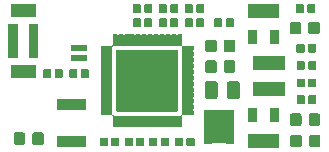
<source format=gbr>
G04 #@! TF.GenerationSoftware,KiCad,Pcbnew,(5.1.5-0-10_14)*
G04 #@! TF.CreationDate,2020-09-24T10:17:21-04:00*
G04 #@! TF.ProjectId,ESLO_RB,45534c4f-5f52-4422-9e6b-696361645f70,rev?*
G04 #@! TF.SameCoordinates,Original*
G04 #@! TF.FileFunction,Soldermask,Top*
G04 #@! TF.FilePolarity,Negative*
%FSLAX46Y46*%
G04 Gerber Fmt 4.6, Leading zero omitted, Abs format (unit mm)*
G04 Created by KiCad (PCBNEW (5.1.5-0-10_14)) date 2020-09-24 10:17:21*
%MOMM*%
%LPD*%
G04 APERTURE LIST*
%ADD10C,0.100000*%
G04 APERTURE END LIST*
D10*
G36*
X147676000Y-102281000D02*
G01*
X145024000Y-102281000D01*
X145024000Y-101119000D01*
X147676000Y-101119000D01*
X147676000Y-102281000D01*
G37*
G36*
X151017091Y-101178085D02*
G01*
X151051069Y-101188393D01*
X151082390Y-101205134D01*
X151109839Y-101227661D01*
X151132366Y-101255110D01*
X151149107Y-101286431D01*
X151159415Y-101320409D01*
X151163500Y-101361890D01*
X151163500Y-102038110D01*
X151159415Y-102079591D01*
X151149107Y-102113569D01*
X151132366Y-102144890D01*
X151109839Y-102172339D01*
X151082390Y-102194866D01*
X151051069Y-102211607D01*
X151017091Y-102221915D01*
X150975610Y-102226000D01*
X150374390Y-102226000D01*
X150332909Y-102221915D01*
X150298931Y-102211607D01*
X150267610Y-102194866D01*
X150240161Y-102172339D01*
X150217634Y-102144890D01*
X150200893Y-102113569D01*
X150190585Y-102079591D01*
X150186500Y-102038110D01*
X150186500Y-101361890D01*
X150190585Y-101320409D01*
X150200893Y-101286431D01*
X150217634Y-101255110D01*
X150240161Y-101227661D01*
X150267610Y-101205134D01*
X150298931Y-101188393D01*
X150332909Y-101178085D01*
X150374390Y-101174000D01*
X150975610Y-101174000D01*
X151017091Y-101178085D01*
G37*
G36*
X149442091Y-101178085D02*
G01*
X149476069Y-101188393D01*
X149507390Y-101205134D01*
X149534839Y-101227661D01*
X149557366Y-101255110D01*
X149574107Y-101286431D01*
X149584415Y-101320409D01*
X149588500Y-101361890D01*
X149588500Y-102038110D01*
X149584415Y-102079591D01*
X149574107Y-102113569D01*
X149557366Y-102144890D01*
X149534839Y-102172339D01*
X149507390Y-102194866D01*
X149476069Y-102211607D01*
X149442091Y-102221915D01*
X149400610Y-102226000D01*
X148799390Y-102226000D01*
X148757909Y-102221915D01*
X148723931Y-102211607D01*
X148692610Y-102194866D01*
X148665161Y-102172339D01*
X148642634Y-102144890D01*
X148625893Y-102113569D01*
X148615585Y-102079591D01*
X148611500Y-102038110D01*
X148611500Y-101361890D01*
X148615585Y-101320409D01*
X148625893Y-101286431D01*
X148642634Y-101255110D01*
X148665161Y-101227661D01*
X148692610Y-101205134D01*
X148723931Y-101188393D01*
X148757909Y-101178085D01*
X148799390Y-101174000D01*
X149400610Y-101174000D01*
X149442091Y-101178085D01*
G37*
G36*
X131301000Y-102191000D02*
G01*
X128899000Y-102191000D01*
X128899000Y-101289000D01*
X131301000Y-101289000D01*
X131301000Y-102191000D01*
G37*
G36*
X139456938Y-101431716D02*
G01*
X139477557Y-101437971D01*
X139496553Y-101448124D01*
X139513208Y-101461792D01*
X139526876Y-101478447D01*
X139537029Y-101497443D01*
X139543284Y-101518062D01*
X139546000Y-101545640D01*
X139546000Y-102054360D01*
X139543284Y-102081938D01*
X139537029Y-102102557D01*
X139526876Y-102121553D01*
X139513208Y-102138208D01*
X139496553Y-102151876D01*
X139477557Y-102162029D01*
X139456938Y-102168284D01*
X139429360Y-102171000D01*
X138970640Y-102171000D01*
X138943062Y-102168284D01*
X138922443Y-102162029D01*
X138903447Y-102151876D01*
X138886792Y-102138208D01*
X138873124Y-102121553D01*
X138862971Y-102102557D01*
X138856716Y-102081938D01*
X138854000Y-102054360D01*
X138854000Y-101545640D01*
X138856716Y-101518062D01*
X138862971Y-101497443D01*
X138873124Y-101478447D01*
X138886792Y-101461792D01*
X138903447Y-101448124D01*
X138922443Y-101437971D01*
X138943062Y-101431716D01*
X138970640Y-101429000D01*
X139429360Y-101429000D01*
X139456938Y-101431716D01*
G37*
G36*
X136156938Y-101431716D02*
G01*
X136177557Y-101437971D01*
X136196553Y-101448124D01*
X136213208Y-101461792D01*
X136226876Y-101478447D01*
X136237029Y-101497443D01*
X136243284Y-101518062D01*
X136246000Y-101545640D01*
X136246000Y-102054360D01*
X136243284Y-102081938D01*
X136237029Y-102102557D01*
X136226876Y-102121553D01*
X136213208Y-102138208D01*
X136196553Y-102151876D01*
X136177557Y-102162029D01*
X136156938Y-102168284D01*
X136129360Y-102171000D01*
X135670640Y-102171000D01*
X135643062Y-102168284D01*
X135622443Y-102162029D01*
X135603447Y-102151876D01*
X135586792Y-102138208D01*
X135573124Y-102121553D01*
X135562971Y-102102557D01*
X135556716Y-102081938D01*
X135554000Y-102054360D01*
X135554000Y-101545640D01*
X135556716Y-101518062D01*
X135562971Y-101497443D01*
X135573124Y-101478447D01*
X135586792Y-101461792D01*
X135603447Y-101448124D01*
X135622443Y-101437971D01*
X135643062Y-101431716D01*
X135670640Y-101429000D01*
X136129360Y-101429000D01*
X136156938Y-101431716D01*
G37*
G36*
X135186938Y-101431716D02*
G01*
X135207557Y-101437971D01*
X135226553Y-101448124D01*
X135243208Y-101461792D01*
X135256876Y-101478447D01*
X135267029Y-101497443D01*
X135273284Y-101518062D01*
X135276000Y-101545640D01*
X135276000Y-102054360D01*
X135273284Y-102081938D01*
X135267029Y-102102557D01*
X135256876Y-102121553D01*
X135243208Y-102138208D01*
X135226553Y-102151876D01*
X135207557Y-102162029D01*
X135186938Y-102168284D01*
X135159360Y-102171000D01*
X134700640Y-102171000D01*
X134673062Y-102168284D01*
X134652443Y-102162029D01*
X134633447Y-102151876D01*
X134616792Y-102138208D01*
X134603124Y-102121553D01*
X134592971Y-102102557D01*
X134586716Y-102081938D01*
X134584000Y-102054360D01*
X134584000Y-101545640D01*
X134586716Y-101518062D01*
X134592971Y-101497443D01*
X134603124Y-101478447D01*
X134616792Y-101461792D01*
X134633447Y-101448124D01*
X134652443Y-101437971D01*
X134673062Y-101431716D01*
X134700640Y-101429000D01*
X135159360Y-101429000D01*
X135186938Y-101431716D01*
G37*
G36*
X134056938Y-101431716D02*
G01*
X134077557Y-101437971D01*
X134096553Y-101448124D01*
X134113208Y-101461792D01*
X134126876Y-101478447D01*
X134137029Y-101497443D01*
X134143284Y-101518062D01*
X134146000Y-101545640D01*
X134146000Y-102054360D01*
X134143284Y-102081938D01*
X134137029Y-102102557D01*
X134126876Y-102121553D01*
X134113208Y-102138208D01*
X134096553Y-102151876D01*
X134077557Y-102162029D01*
X134056938Y-102168284D01*
X134029360Y-102171000D01*
X133570640Y-102171000D01*
X133543062Y-102168284D01*
X133522443Y-102162029D01*
X133503447Y-102151876D01*
X133486792Y-102138208D01*
X133473124Y-102121553D01*
X133462971Y-102102557D01*
X133456716Y-102081938D01*
X133454000Y-102054360D01*
X133454000Y-101545640D01*
X133456716Y-101518062D01*
X133462971Y-101497443D01*
X133473124Y-101478447D01*
X133486792Y-101461792D01*
X133503447Y-101448124D01*
X133522443Y-101437971D01*
X133543062Y-101431716D01*
X133570640Y-101429000D01*
X134029360Y-101429000D01*
X134056938Y-101431716D01*
G37*
G36*
X137271938Y-101431716D02*
G01*
X137292557Y-101437971D01*
X137311553Y-101448124D01*
X137328208Y-101461792D01*
X137341876Y-101478447D01*
X137352029Y-101497443D01*
X137358284Y-101518062D01*
X137361000Y-101545640D01*
X137361000Y-102054360D01*
X137358284Y-102081938D01*
X137352029Y-102102557D01*
X137341876Y-102121553D01*
X137328208Y-102138208D01*
X137311553Y-102151876D01*
X137292557Y-102162029D01*
X137271938Y-102168284D01*
X137244360Y-102171000D01*
X136785640Y-102171000D01*
X136758062Y-102168284D01*
X136737443Y-102162029D01*
X136718447Y-102151876D01*
X136701792Y-102138208D01*
X136688124Y-102121553D01*
X136677971Y-102102557D01*
X136671716Y-102081938D01*
X136669000Y-102054360D01*
X136669000Y-101545640D01*
X136671716Y-101518062D01*
X136677971Y-101497443D01*
X136688124Y-101478447D01*
X136701792Y-101461792D01*
X136718447Y-101448124D01*
X136737443Y-101437971D01*
X136758062Y-101431716D01*
X136785640Y-101429000D01*
X137244360Y-101429000D01*
X137271938Y-101431716D01*
G37*
G36*
X138241938Y-101431716D02*
G01*
X138262557Y-101437971D01*
X138281553Y-101448124D01*
X138298208Y-101461792D01*
X138311876Y-101478447D01*
X138322029Y-101497443D01*
X138328284Y-101518062D01*
X138331000Y-101545640D01*
X138331000Y-102054360D01*
X138328284Y-102081938D01*
X138322029Y-102102557D01*
X138311876Y-102121553D01*
X138298208Y-102138208D01*
X138281553Y-102151876D01*
X138262557Y-102162029D01*
X138241938Y-102168284D01*
X138214360Y-102171000D01*
X137755640Y-102171000D01*
X137728062Y-102168284D01*
X137707443Y-102162029D01*
X137688447Y-102151876D01*
X137671792Y-102138208D01*
X137658124Y-102121553D01*
X137647971Y-102102557D01*
X137641716Y-102081938D01*
X137639000Y-102054360D01*
X137639000Y-101545640D01*
X137641716Y-101518062D01*
X137647971Y-101497443D01*
X137658124Y-101478447D01*
X137671792Y-101461792D01*
X137688447Y-101448124D01*
X137707443Y-101437971D01*
X137728062Y-101431716D01*
X137755640Y-101429000D01*
X138214360Y-101429000D01*
X138241938Y-101431716D01*
G37*
G36*
X133086938Y-101431716D02*
G01*
X133107557Y-101437971D01*
X133126553Y-101448124D01*
X133143208Y-101461792D01*
X133156876Y-101478447D01*
X133167029Y-101497443D01*
X133173284Y-101518062D01*
X133176000Y-101545640D01*
X133176000Y-102054360D01*
X133173284Y-102081938D01*
X133167029Y-102102557D01*
X133156876Y-102121553D01*
X133143208Y-102138208D01*
X133126553Y-102151876D01*
X133107557Y-102162029D01*
X133086938Y-102168284D01*
X133059360Y-102171000D01*
X132600640Y-102171000D01*
X132573062Y-102168284D01*
X132552443Y-102162029D01*
X132533447Y-102151876D01*
X132516792Y-102138208D01*
X132503124Y-102121553D01*
X132492971Y-102102557D01*
X132486716Y-102081938D01*
X132484000Y-102054360D01*
X132484000Y-101545640D01*
X132486716Y-101518062D01*
X132492971Y-101497443D01*
X132503124Y-101478447D01*
X132516792Y-101461792D01*
X132533447Y-101448124D01*
X132552443Y-101437971D01*
X132573062Y-101431716D01*
X132600640Y-101429000D01*
X133059360Y-101429000D01*
X133086938Y-101431716D01*
G37*
G36*
X140426938Y-101431716D02*
G01*
X140447557Y-101437971D01*
X140466553Y-101448124D01*
X140483208Y-101461792D01*
X140496876Y-101478447D01*
X140507029Y-101497443D01*
X140513284Y-101518062D01*
X140516000Y-101545640D01*
X140516000Y-102054360D01*
X140513284Y-102081938D01*
X140507029Y-102102557D01*
X140496876Y-102121553D01*
X140483208Y-102138208D01*
X140466553Y-102151876D01*
X140447557Y-102162029D01*
X140426938Y-102168284D01*
X140399360Y-102171000D01*
X139940640Y-102171000D01*
X139913062Y-102168284D01*
X139892443Y-102162029D01*
X139873447Y-102151876D01*
X139856792Y-102138208D01*
X139843124Y-102121553D01*
X139832971Y-102102557D01*
X139826716Y-102081938D01*
X139824000Y-102054360D01*
X139824000Y-101545640D01*
X139826716Y-101518062D01*
X139832971Y-101497443D01*
X139843124Y-101478447D01*
X139856792Y-101461792D01*
X139873447Y-101448124D01*
X139892443Y-101437971D01*
X139913062Y-101431716D01*
X139940640Y-101429000D01*
X140399360Y-101429000D01*
X140426938Y-101431716D01*
G37*
G36*
X127592091Y-100978085D02*
G01*
X127626069Y-100988393D01*
X127657390Y-101005134D01*
X127684839Y-101027661D01*
X127707366Y-101055110D01*
X127724107Y-101086431D01*
X127734415Y-101120409D01*
X127738500Y-101161890D01*
X127738500Y-101838110D01*
X127734415Y-101879591D01*
X127724107Y-101913569D01*
X127707366Y-101944890D01*
X127684839Y-101972339D01*
X127657390Y-101994866D01*
X127626069Y-102011607D01*
X127592091Y-102021915D01*
X127550610Y-102026000D01*
X126949390Y-102026000D01*
X126907909Y-102021915D01*
X126873931Y-102011607D01*
X126842610Y-101994866D01*
X126815161Y-101972339D01*
X126792634Y-101944890D01*
X126775893Y-101913569D01*
X126765585Y-101879591D01*
X126761500Y-101838110D01*
X126761500Y-101161890D01*
X126765585Y-101120409D01*
X126775893Y-101086431D01*
X126792634Y-101055110D01*
X126815161Y-101027661D01*
X126842610Y-101005134D01*
X126873931Y-100988393D01*
X126907909Y-100978085D01*
X126949390Y-100974000D01*
X127550610Y-100974000D01*
X127592091Y-100978085D01*
G37*
G36*
X126017091Y-100978085D02*
G01*
X126051069Y-100988393D01*
X126082390Y-101005134D01*
X126109839Y-101027661D01*
X126132366Y-101055110D01*
X126149107Y-101086431D01*
X126159415Y-101120409D01*
X126163500Y-101161890D01*
X126163500Y-101838110D01*
X126159415Y-101879591D01*
X126149107Y-101913569D01*
X126132366Y-101944890D01*
X126109839Y-101972339D01*
X126082390Y-101994866D01*
X126051069Y-102011607D01*
X126017091Y-102021915D01*
X125975610Y-102026000D01*
X125374390Y-102026000D01*
X125332909Y-102021915D01*
X125298931Y-102011607D01*
X125267610Y-101994866D01*
X125240161Y-101972339D01*
X125217634Y-101944890D01*
X125200893Y-101913569D01*
X125190585Y-101879591D01*
X125186500Y-101838110D01*
X125186500Y-101161890D01*
X125190585Y-101120409D01*
X125200893Y-101086431D01*
X125217634Y-101055110D01*
X125240161Y-101027661D01*
X125267610Y-101005134D01*
X125298931Y-100988393D01*
X125332909Y-100978085D01*
X125374390Y-100974000D01*
X125975610Y-100974000D01*
X126017091Y-100978085D01*
G37*
G36*
X141987611Y-99087389D02*
G01*
X142006553Y-99102934D01*
X142028164Y-99114485D01*
X142051613Y-99121598D01*
X142075999Y-99124000D01*
X143124001Y-99124000D01*
X143148387Y-99121598D01*
X143171836Y-99114485D01*
X143193447Y-99102934D01*
X143212389Y-99087389D01*
X143223377Y-99074000D01*
X143851000Y-99074000D01*
X143851000Y-101926000D01*
X143223377Y-101926000D01*
X143212389Y-101912611D01*
X143193447Y-101897066D01*
X143171836Y-101885515D01*
X143148387Y-101878402D01*
X143124001Y-101876000D01*
X142075999Y-101876000D01*
X142051613Y-101878402D01*
X142028164Y-101885515D01*
X142006553Y-101897066D01*
X141987611Y-101912611D01*
X141976623Y-101926000D01*
X141349000Y-101926000D01*
X141349000Y-99074000D01*
X141976623Y-99074000D01*
X141987611Y-99087389D01*
G37*
G36*
X133905355Y-92675083D02*
G01*
X133910029Y-92676501D01*
X133914330Y-92678800D01*
X133920702Y-92684029D01*
X133941076Y-92697643D01*
X133963715Y-92707020D01*
X133987749Y-92711800D01*
X134012253Y-92711800D01*
X134036286Y-92707019D01*
X134058925Y-92697642D01*
X134079298Y-92684029D01*
X134085670Y-92678800D01*
X134089971Y-92676501D01*
X134094645Y-92675083D01*
X134105641Y-92674000D01*
X134394359Y-92674000D01*
X134405355Y-92675083D01*
X134410029Y-92676501D01*
X134414330Y-92678800D01*
X134420702Y-92684029D01*
X134441076Y-92697643D01*
X134463715Y-92707020D01*
X134487749Y-92711800D01*
X134512253Y-92711800D01*
X134536286Y-92707019D01*
X134558925Y-92697642D01*
X134579298Y-92684029D01*
X134585670Y-92678800D01*
X134589971Y-92676501D01*
X134594645Y-92675083D01*
X134605641Y-92674000D01*
X134894359Y-92674000D01*
X134905355Y-92675083D01*
X134910029Y-92676501D01*
X134914330Y-92678800D01*
X134920702Y-92684029D01*
X134941076Y-92697643D01*
X134963715Y-92707020D01*
X134987749Y-92711800D01*
X135012253Y-92711800D01*
X135036286Y-92707019D01*
X135058925Y-92697642D01*
X135079298Y-92684029D01*
X135085670Y-92678800D01*
X135089971Y-92676501D01*
X135094645Y-92675083D01*
X135105641Y-92674000D01*
X135394359Y-92674000D01*
X135405355Y-92675083D01*
X135410029Y-92676501D01*
X135414330Y-92678800D01*
X135420702Y-92684029D01*
X135441076Y-92697643D01*
X135463715Y-92707020D01*
X135487749Y-92711800D01*
X135512253Y-92711800D01*
X135536286Y-92707019D01*
X135558925Y-92697642D01*
X135579298Y-92684029D01*
X135585670Y-92678800D01*
X135589971Y-92676501D01*
X135594645Y-92675083D01*
X135605641Y-92674000D01*
X135894359Y-92674000D01*
X135905355Y-92675083D01*
X135910029Y-92676501D01*
X135914330Y-92678800D01*
X135920702Y-92684029D01*
X135941076Y-92697643D01*
X135963715Y-92707020D01*
X135987749Y-92711800D01*
X136012253Y-92711800D01*
X136036286Y-92707019D01*
X136058925Y-92697642D01*
X136079298Y-92684029D01*
X136085670Y-92678800D01*
X136089971Y-92676501D01*
X136094645Y-92675083D01*
X136105641Y-92674000D01*
X136394359Y-92674000D01*
X136405355Y-92675083D01*
X136410029Y-92676501D01*
X136414330Y-92678800D01*
X136420702Y-92684029D01*
X136441076Y-92697643D01*
X136463715Y-92707020D01*
X136487749Y-92711800D01*
X136512253Y-92711800D01*
X136536286Y-92707019D01*
X136558925Y-92697642D01*
X136579298Y-92684029D01*
X136585670Y-92678800D01*
X136589971Y-92676501D01*
X136594645Y-92675083D01*
X136605641Y-92674000D01*
X136894359Y-92674000D01*
X136905355Y-92675083D01*
X136910029Y-92676501D01*
X136914330Y-92678800D01*
X136920702Y-92684029D01*
X136941076Y-92697643D01*
X136963715Y-92707020D01*
X136987749Y-92711800D01*
X137012253Y-92711800D01*
X137036286Y-92707019D01*
X137058925Y-92697642D01*
X137079298Y-92684029D01*
X137085670Y-92678800D01*
X137089971Y-92676501D01*
X137094645Y-92675083D01*
X137105641Y-92674000D01*
X137394359Y-92674000D01*
X137405355Y-92675083D01*
X137410029Y-92676501D01*
X137414330Y-92678800D01*
X137420702Y-92684029D01*
X137441076Y-92697643D01*
X137463715Y-92707020D01*
X137487749Y-92711800D01*
X137512253Y-92711800D01*
X137536286Y-92707019D01*
X137558925Y-92697642D01*
X137579298Y-92684029D01*
X137585670Y-92678800D01*
X137589971Y-92676501D01*
X137594645Y-92675083D01*
X137605641Y-92674000D01*
X137894359Y-92674000D01*
X137905355Y-92675083D01*
X137910029Y-92676501D01*
X137914330Y-92678800D01*
X137920702Y-92684029D01*
X137941076Y-92697643D01*
X137963715Y-92707020D01*
X137987749Y-92711800D01*
X138012253Y-92711800D01*
X138036286Y-92707019D01*
X138058925Y-92697642D01*
X138079298Y-92684029D01*
X138085670Y-92678800D01*
X138089971Y-92676501D01*
X138094645Y-92675083D01*
X138105641Y-92674000D01*
X138394359Y-92674000D01*
X138405355Y-92675083D01*
X138410029Y-92676501D01*
X138414330Y-92678800D01*
X138420702Y-92684029D01*
X138441076Y-92697643D01*
X138463715Y-92707020D01*
X138487749Y-92711800D01*
X138512253Y-92711800D01*
X138536286Y-92707019D01*
X138558925Y-92697642D01*
X138579298Y-92684029D01*
X138585670Y-92678800D01*
X138589971Y-92676501D01*
X138594645Y-92675083D01*
X138605641Y-92674000D01*
X138894359Y-92674000D01*
X138905355Y-92675083D01*
X138910029Y-92676501D01*
X138914330Y-92678800D01*
X138920702Y-92684029D01*
X138941076Y-92697643D01*
X138963715Y-92707020D01*
X138987749Y-92711800D01*
X139012253Y-92711800D01*
X139036286Y-92707019D01*
X139058925Y-92697642D01*
X139079298Y-92684029D01*
X139085670Y-92678800D01*
X139089971Y-92676501D01*
X139094645Y-92675083D01*
X139105641Y-92674000D01*
X139394359Y-92674000D01*
X139405355Y-92675083D01*
X139410029Y-92676501D01*
X139414331Y-92678800D01*
X139418104Y-92681896D01*
X139421200Y-92685669D01*
X139423499Y-92689971D01*
X139424917Y-92694645D01*
X139426000Y-92705641D01*
X139426000Y-93549001D01*
X139428402Y-93573387D01*
X139435515Y-93596836D01*
X139447066Y-93618447D01*
X139462611Y-93637389D01*
X139481553Y-93652934D01*
X139503164Y-93664485D01*
X139526613Y-93671598D01*
X139550999Y-93674000D01*
X140394359Y-93674000D01*
X140405355Y-93675083D01*
X140410029Y-93676501D01*
X140414331Y-93678800D01*
X140418104Y-93681896D01*
X140421200Y-93685669D01*
X140423499Y-93689971D01*
X140424917Y-93694645D01*
X140426000Y-93705641D01*
X140426000Y-93994359D01*
X140424917Y-94005355D01*
X140423499Y-94010029D01*
X140421200Y-94014330D01*
X140415971Y-94020702D01*
X140402357Y-94041076D01*
X140392980Y-94063715D01*
X140388200Y-94087749D01*
X140388200Y-94112253D01*
X140392981Y-94136286D01*
X140402358Y-94158925D01*
X140415971Y-94179298D01*
X140421200Y-94185670D01*
X140423499Y-94189971D01*
X140424917Y-94194645D01*
X140426000Y-94205641D01*
X140426000Y-94494359D01*
X140424917Y-94505355D01*
X140423499Y-94510029D01*
X140421200Y-94514330D01*
X140415971Y-94520702D01*
X140402357Y-94541076D01*
X140392980Y-94563715D01*
X140388200Y-94587749D01*
X140388200Y-94612253D01*
X140392981Y-94636286D01*
X140402358Y-94658925D01*
X140415971Y-94679298D01*
X140421200Y-94685670D01*
X140423499Y-94689971D01*
X140424917Y-94694645D01*
X140426000Y-94705641D01*
X140426000Y-94994359D01*
X140424917Y-95005355D01*
X140423499Y-95010029D01*
X140421200Y-95014330D01*
X140415971Y-95020702D01*
X140402357Y-95041076D01*
X140392980Y-95063715D01*
X140388200Y-95087749D01*
X140388200Y-95112253D01*
X140392981Y-95136286D01*
X140402358Y-95158925D01*
X140415971Y-95179298D01*
X140421200Y-95185670D01*
X140423499Y-95189971D01*
X140424917Y-95194645D01*
X140426000Y-95205641D01*
X140426000Y-95494359D01*
X140424917Y-95505355D01*
X140423499Y-95510029D01*
X140421200Y-95514330D01*
X140415971Y-95520702D01*
X140402357Y-95541076D01*
X140392980Y-95563715D01*
X140388200Y-95587749D01*
X140388200Y-95612253D01*
X140392981Y-95636286D01*
X140402358Y-95658925D01*
X140415971Y-95679298D01*
X140421200Y-95685670D01*
X140423499Y-95689971D01*
X140424917Y-95694645D01*
X140426000Y-95705641D01*
X140426000Y-95994359D01*
X140424917Y-96005355D01*
X140423499Y-96010029D01*
X140421200Y-96014330D01*
X140415971Y-96020702D01*
X140402357Y-96041076D01*
X140392980Y-96063715D01*
X140388200Y-96087749D01*
X140388200Y-96112253D01*
X140392981Y-96136286D01*
X140402358Y-96158925D01*
X140415971Y-96179298D01*
X140421200Y-96185670D01*
X140423499Y-96189971D01*
X140424917Y-96194645D01*
X140426000Y-96205641D01*
X140426000Y-96494359D01*
X140424917Y-96505355D01*
X140423499Y-96510029D01*
X140421200Y-96514330D01*
X140415971Y-96520702D01*
X140402357Y-96541076D01*
X140392980Y-96563715D01*
X140388200Y-96587749D01*
X140388200Y-96612253D01*
X140392981Y-96636286D01*
X140402358Y-96658925D01*
X140415971Y-96679298D01*
X140421200Y-96685670D01*
X140423499Y-96689971D01*
X140424917Y-96694645D01*
X140426000Y-96705641D01*
X140426000Y-96994359D01*
X140424917Y-97005355D01*
X140423499Y-97010029D01*
X140421200Y-97014330D01*
X140415971Y-97020702D01*
X140402357Y-97041076D01*
X140392980Y-97063715D01*
X140388200Y-97087749D01*
X140388200Y-97112253D01*
X140392981Y-97136286D01*
X140402358Y-97158925D01*
X140415971Y-97179298D01*
X140421200Y-97185670D01*
X140423499Y-97189971D01*
X140424917Y-97194645D01*
X140426000Y-97205641D01*
X140426000Y-97494359D01*
X140424917Y-97505355D01*
X140423499Y-97510029D01*
X140421200Y-97514330D01*
X140415971Y-97520702D01*
X140402357Y-97541076D01*
X140392980Y-97563715D01*
X140388200Y-97587749D01*
X140388200Y-97612253D01*
X140392981Y-97636286D01*
X140402358Y-97658925D01*
X140415971Y-97679298D01*
X140421200Y-97685670D01*
X140423499Y-97689971D01*
X140424917Y-97694645D01*
X140426000Y-97705641D01*
X140426000Y-97994359D01*
X140424917Y-98005355D01*
X140423499Y-98010029D01*
X140421200Y-98014330D01*
X140415971Y-98020702D01*
X140402357Y-98041076D01*
X140392980Y-98063715D01*
X140388200Y-98087749D01*
X140388200Y-98112253D01*
X140392981Y-98136286D01*
X140402358Y-98158925D01*
X140415971Y-98179298D01*
X140421200Y-98185670D01*
X140423499Y-98189971D01*
X140424917Y-98194645D01*
X140426000Y-98205641D01*
X140426000Y-98494359D01*
X140424917Y-98505355D01*
X140423499Y-98510029D01*
X140421200Y-98514330D01*
X140415971Y-98520702D01*
X140402357Y-98541076D01*
X140392980Y-98563715D01*
X140388200Y-98587749D01*
X140388200Y-98612253D01*
X140392981Y-98636286D01*
X140402358Y-98658925D01*
X140415971Y-98679298D01*
X140421200Y-98685670D01*
X140423499Y-98689971D01*
X140424917Y-98694645D01*
X140426000Y-98705641D01*
X140426000Y-98994359D01*
X140424917Y-99005355D01*
X140423499Y-99010029D01*
X140421200Y-99014330D01*
X140415971Y-99020702D01*
X140402357Y-99041076D01*
X140392980Y-99063715D01*
X140388200Y-99087749D01*
X140388200Y-99112253D01*
X140392981Y-99136286D01*
X140402358Y-99158925D01*
X140415971Y-99179298D01*
X140421200Y-99185670D01*
X140423499Y-99189971D01*
X140424917Y-99194645D01*
X140426000Y-99205641D01*
X140426000Y-99494359D01*
X140424917Y-99505355D01*
X140423499Y-99510029D01*
X140421200Y-99514331D01*
X140418104Y-99518104D01*
X140414331Y-99521200D01*
X140410029Y-99523499D01*
X140405355Y-99524917D01*
X140394359Y-99526000D01*
X139550999Y-99526000D01*
X139526613Y-99528402D01*
X139503164Y-99535515D01*
X139481553Y-99547066D01*
X139462611Y-99562611D01*
X139447066Y-99581553D01*
X139435515Y-99603164D01*
X139428402Y-99626613D01*
X139426000Y-99650999D01*
X139426000Y-100494359D01*
X139424917Y-100505355D01*
X139423499Y-100510029D01*
X139421200Y-100514331D01*
X139418104Y-100518104D01*
X139414331Y-100521200D01*
X139410029Y-100523499D01*
X139405355Y-100524917D01*
X139394359Y-100526000D01*
X139105641Y-100526000D01*
X139094645Y-100524917D01*
X139089971Y-100523499D01*
X139085670Y-100521200D01*
X139079298Y-100515971D01*
X139058924Y-100502357D01*
X139036285Y-100492980D01*
X139012251Y-100488200D01*
X138987747Y-100488200D01*
X138963714Y-100492981D01*
X138941075Y-100502358D01*
X138920702Y-100515971D01*
X138914330Y-100521200D01*
X138910029Y-100523499D01*
X138905355Y-100524917D01*
X138894359Y-100526000D01*
X138605641Y-100526000D01*
X138594645Y-100524917D01*
X138589971Y-100523499D01*
X138585670Y-100521200D01*
X138579298Y-100515971D01*
X138558924Y-100502357D01*
X138536285Y-100492980D01*
X138512251Y-100488200D01*
X138487747Y-100488200D01*
X138463714Y-100492981D01*
X138441075Y-100502358D01*
X138420702Y-100515971D01*
X138414330Y-100521200D01*
X138410029Y-100523499D01*
X138405355Y-100524917D01*
X138394359Y-100526000D01*
X138105641Y-100526000D01*
X138094645Y-100524917D01*
X138089971Y-100523499D01*
X138085670Y-100521200D01*
X138079298Y-100515971D01*
X138058924Y-100502357D01*
X138036285Y-100492980D01*
X138012251Y-100488200D01*
X137987747Y-100488200D01*
X137963714Y-100492981D01*
X137941075Y-100502358D01*
X137920702Y-100515971D01*
X137914330Y-100521200D01*
X137910029Y-100523499D01*
X137905355Y-100524917D01*
X137894359Y-100526000D01*
X137605641Y-100526000D01*
X137594645Y-100524917D01*
X137589971Y-100523499D01*
X137585670Y-100521200D01*
X137579298Y-100515971D01*
X137558924Y-100502357D01*
X137536285Y-100492980D01*
X137512251Y-100488200D01*
X137487747Y-100488200D01*
X137463714Y-100492981D01*
X137441075Y-100502358D01*
X137420702Y-100515971D01*
X137414330Y-100521200D01*
X137410029Y-100523499D01*
X137405355Y-100524917D01*
X137394359Y-100526000D01*
X137105641Y-100526000D01*
X137094645Y-100524917D01*
X137089971Y-100523499D01*
X137085670Y-100521200D01*
X137079298Y-100515971D01*
X137058924Y-100502357D01*
X137036285Y-100492980D01*
X137012251Y-100488200D01*
X136987747Y-100488200D01*
X136963714Y-100492981D01*
X136941075Y-100502358D01*
X136920702Y-100515971D01*
X136914330Y-100521200D01*
X136910029Y-100523499D01*
X136905355Y-100524917D01*
X136894359Y-100526000D01*
X136605641Y-100526000D01*
X136594645Y-100524917D01*
X136589971Y-100523499D01*
X136585670Y-100521200D01*
X136579298Y-100515971D01*
X136558924Y-100502357D01*
X136536285Y-100492980D01*
X136512251Y-100488200D01*
X136487747Y-100488200D01*
X136463714Y-100492981D01*
X136441075Y-100502358D01*
X136420702Y-100515971D01*
X136414330Y-100521200D01*
X136410029Y-100523499D01*
X136405355Y-100524917D01*
X136394359Y-100526000D01*
X136105641Y-100526000D01*
X136094645Y-100524917D01*
X136089971Y-100523499D01*
X136085670Y-100521200D01*
X136079298Y-100515971D01*
X136058924Y-100502357D01*
X136036285Y-100492980D01*
X136012251Y-100488200D01*
X135987747Y-100488200D01*
X135963714Y-100492981D01*
X135941075Y-100502358D01*
X135920702Y-100515971D01*
X135914330Y-100521200D01*
X135910029Y-100523499D01*
X135905355Y-100524917D01*
X135894359Y-100526000D01*
X135605641Y-100526000D01*
X135594645Y-100524917D01*
X135589971Y-100523499D01*
X135585670Y-100521200D01*
X135579298Y-100515971D01*
X135558924Y-100502357D01*
X135536285Y-100492980D01*
X135512251Y-100488200D01*
X135487747Y-100488200D01*
X135463714Y-100492981D01*
X135441075Y-100502358D01*
X135420702Y-100515971D01*
X135414330Y-100521200D01*
X135410029Y-100523499D01*
X135405355Y-100524917D01*
X135394359Y-100526000D01*
X135105641Y-100526000D01*
X135094645Y-100524917D01*
X135089971Y-100523499D01*
X135085670Y-100521200D01*
X135079298Y-100515971D01*
X135058924Y-100502357D01*
X135036285Y-100492980D01*
X135012251Y-100488200D01*
X134987747Y-100488200D01*
X134963714Y-100492981D01*
X134941075Y-100502358D01*
X134920702Y-100515971D01*
X134914330Y-100521200D01*
X134910029Y-100523499D01*
X134905355Y-100524917D01*
X134894359Y-100526000D01*
X134605641Y-100526000D01*
X134594645Y-100524917D01*
X134589971Y-100523499D01*
X134585670Y-100521200D01*
X134579298Y-100515971D01*
X134558924Y-100502357D01*
X134536285Y-100492980D01*
X134512251Y-100488200D01*
X134487747Y-100488200D01*
X134463714Y-100492981D01*
X134441075Y-100502358D01*
X134420702Y-100515971D01*
X134414330Y-100521200D01*
X134410029Y-100523499D01*
X134405355Y-100524917D01*
X134394359Y-100526000D01*
X134105641Y-100526000D01*
X134094645Y-100524917D01*
X134089971Y-100523499D01*
X134085670Y-100521200D01*
X134079298Y-100515971D01*
X134058924Y-100502357D01*
X134036285Y-100492980D01*
X134012251Y-100488200D01*
X133987747Y-100488200D01*
X133963714Y-100492981D01*
X133941075Y-100502358D01*
X133920702Y-100515971D01*
X133914330Y-100521200D01*
X133910029Y-100523499D01*
X133905355Y-100524917D01*
X133894359Y-100526000D01*
X133605641Y-100526000D01*
X133594645Y-100524917D01*
X133589971Y-100523499D01*
X133585669Y-100521200D01*
X133581896Y-100518104D01*
X133578800Y-100514331D01*
X133576501Y-100510029D01*
X133575083Y-100505355D01*
X133574000Y-100494359D01*
X133574000Y-99650999D01*
X133571598Y-99626613D01*
X133564485Y-99603164D01*
X133552934Y-99581553D01*
X133537389Y-99562611D01*
X133518447Y-99547066D01*
X133496836Y-99535515D01*
X133473387Y-99528402D01*
X133449001Y-99526000D01*
X132605641Y-99526000D01*
X132594645Y-99524917D01*
X132589971Y-99523499D01*
X132585669Y-99521200D01*
X132581896Y-99518104D01*
X132578800Y-99514331D01*
X132576501Y-99510029D01*
X132575083Y-99505355D01*
X132574000Y-99494359D01*
X132574000Y-99205641D01*
X132575083Y-99194645D01*
X132576501Y-99189971D01*
X132578800Y-99185670D01*
X132584029Y-99179298D01*
X132597643Y-99158924D01*
X132607020Y-99136285D01*
X132611800Y-99112251D01*
X132611800Y-99087747D01*
X132607019Y-99063714D01*
X132597642Y-99041075D01*
X132584029Y-99020702D01*
X132578800Y-99014330D01*
X132576501Y-99010029D01*
X132575083Y-99005355D01*
X132574000Y-98994359D01*
X132574000Y-98705641D01*
X132575083Y-98694645D01*
X132576501Y-98689971D01*
X132578800Y-98685670D01*
X132584029Y-98679298D01*
X132597643Y-98658924D01*
X132607020Y-98636285D01*
X132611800Y-98612251D01*
X132611800Y-98587747D01*
X132607019Y-98563714D01*
X132597642Y-98541075D01*
X132584029Y-98520702D01*
X132578800Y-98514330D01*
X132576501Y-98510029D01*
X132575083Y-98505355D01*
X132574000Y-98494359D01*
X132574000Y-98205641D01*
X132575083Y-98194645D01*
X132576501Y-98189971D01*
X132578800Y-98185670D01*
X132584029Y-98179298D01*
X132597643Y-98158924D01*
X132607020Y-98136285D01*
X132611800Y-98112251D01*
X132611800Y-98087747D01*
X132607019Y-98063714D01*
X132597642Y-98041075D01*
X132584029Y-98020702D01*
X132578800Y-98014330D01*
X132576501Y-98010029D01*
X132575083Y-98005355D01*
X132574000Y-97994359D01*
X132574000Y-97705641D01*
X132575083Y-97694645D01*
X132576501Y-97689971D01*
X132578800Y-97685670D01*
X132584029Y-97679298D01*
X132597643Y-97658924D01*
X132607020Y-97636285D01*
X132611800Y-97612251D01*
X132611800Y-97587747D01*
X132607019Y-97563714D01*
X132597642Y-97541075D01*
X132584029Y-97520702D01*
X132578800Y-97514330D01*
X132576501Y-97510029D01*
X132575083Y-97505355D01*
X132574000Y-97494359D01*
X132574000Y-97205641D01*
X132575083Y-97194645D01*
X132576501Y-97189971D01*
X132578800Y-97185670D01*
X132584029Y-97179298D01*
X132597643Y-97158924D01*
X132607020Y-97136285D01*
X132611800Y-97112251D01*
X132611800Y-97087747D01*
X132607019Y-97063714D01*
X132597642Y-97041075D01*
X132584029Y-97020702D01*
X132578800Y-97014330D01*
X132576501Y-97010029D01*
X132575083Y-97005355D01*
X132574000Y-96994359D01*
X132574000Y-96705641D01*
X132575083Y-96694645D01*
X132576501Y-96689971D01*
X132578800Y-96685670D01*
X132584029Y-96679298D01*
X132597643Y-96658924D01*
X132607020Y-96636285D01*
X132611800Y-96612251D01*
X132611800Y-96587747D01*
X132607019Y-96563714D01*
X132597642Y-96541075D01*
X132584029Y-96520702D01*
X132578800Y-96514330D01*
X132576501Y-96510029D01*
X132575083Y-96505355D01*
X132574000Y-96494359D01*
X132574000Y-96205641D01*
X132575083Y-96194645D01*
X132576501Y-96189971D01*
X132578800Y-96185670D01*
X132584029Y-96179298D01*
X132597643Y-96158924D01*
X132607020Y-96136285D01*
X132611800Y-96112251D01*
X132611800Y-96087747D01*
X132607019Y-96063714D01*
X132597642Y-96041075D01*
X132584029Y-96020702D01*
X132578800Y-96014330D01*
X132576501Y-96010029D01*
X132575083Y-96005355D01*
X132574000Y-95994359D01*
X132574000Y-95705641D01*
X132575083Y-95694645D01*
X132576501Y-95689971D01*
X132578800Y-95685670D01*
X132584029Y-95679298D01*
X132597643Y-95658924D01*
X132607020Y-95636285D01*
X132611800Y-95612251D01*
X132611800Y-95587747D01*
X132607019Y-95563714D01*
X132597642Y-95541075D01*
X132584029Y-95520702D01*
X132578800Y-95514330D01*
X132576501Y-95510029D01*
X132575083Y-95505355D01*
X132574000Y-95494359D01*
X132574000Y-95205641D01*
X132575083Y-95194645D01*
X132576501Y-95189971D01*
X132578800Y-95185670D01*
X132584029Y-95179298D01*
X132597643Y-95158924D01*
X132607020Y-95136285D01*
X132611800Y-95112251D01*
X132611800Y-95087747D01*
X132607019Y-95063714D01*
X132597642Y-95041075D01*
X132584029Y-95020702D01*
X132578800Y-95014330D01*
X132576501Y-95010029D01*
X132575083Y-95005355D01*
X132574000Y-94994359D01*
X132574000Y-94705641D01*
X132575083Y-94694645D01*
X132576501Y-94689971D01*
X132578800Y-94685670D01*
X132584029Y-94679298D01*
X132597643Y-94658924D01*
X132607020Y-94636285D01*
X132611800Y-94612251D01*
X132611800Y-94587747D01*
X132607019Y-94563714D01*
X132597642Y-94541075D01*
X132584029Y-94520702D01*
X132578800Y-94514330D01*
X132576501Y-94510029D01*
X132575083Y-94505355D01*
X132574000Y-94494359D01*
X132574000Y-94205641D01*
X132575083Y-94194645D01*
X132576501Y-94189971D01*
X132578800Y-94185670D01*
X132584029Y-94179298D01*
X132597643Y-94158924D01*
X132607020Y-94136285D01*
X132611800Y-94112251D01*
X132611800Y-94087749D01*
X133513200Y-94087749D01*
X133513200Y-94112253D01*
X133517981Y-94136286D01*
X133527358Y-94158925D01*
X133540971Y-94179298D01*
X133546200Y-94185670D01*
X133548499Y-94189971D01*
X133549917Y-94194645D01*
X133551000Y-94205641D01*
X133551000Y-94494359D01*
X133549917Y-94505355D01*
X133548499Y-94510029D01*
X133546200Y-94514330D01*
X133540971Y-94520702D01*
X133527357Y-94541076D01*
X133517980Y-94563715D01*
X133513200Y-94587749D01*
X133513200Y-94612253D01*
X133517981Y-94636286D01*
X133527358Y-94658925D01*
X133540971Y-94679298D01*
X133546200Y-94685670D01*
X133548499Y-94689971D01*
X133549917Y-94694645D01*
X133551000Y-94705641D01*
X133551000Y-94994359D01*
X133549917Y-95005355D01*
X133548499Y-95010029D01*
X133546200Y-95014330D01*
X133540971Y-95020702D01*
X133527357Y-95041076D01*
X133517980Y-95063715D01*
X133513200Y-95087749D01*
X133513200Y-95112253D01*
X133517981Y-95136286D01*
X133527358Y-95158925D01*
X133540971Y-95179298D01*
X133546200Y-95185670D01*
X133548499Y-95189971D01*
X133549917Y-95194645D01*
X133551000Y-95205641D01*
X133551000Y-95494359D01*
X133549917Y-95505355D01*
X133548499Y-95510029D01*
X133546200Y-95514330D01*
X133540971Y-95520702D01*
X133527357Y-95541076D01*
X133517980Y-95563715D01*
X133513200Y-95587749D01*
X133513200Y-95612253D01*
X133517981Y-95636286D01*
X133527358Y-95658925D01*
X133540971Y-95679298D01*
X133546200Y-95685670D01*
X133548499Y-95689971D01*
X133549917Y-95694645D01*
X133551000Y-95705641D01*
X133551000Y-95994359D01*
X133549917Y-96005355D01*
X133548499Y-96010029D01*
X133546200Y-96014330D01*
X133540971Y-96020702D01*
X133527357Y-96041076D01*
X133517980Y-96063715D01*
X133513200Y-96087749D01*
X133513200Y-96112253D01*
X133517981Y-96136286D01*
X133527358Y-96158925D01*
X133540971Y-96179298D01*
X133546200Y-96185670D01*
X133548499Y-96189971D01*
X133549917Y-96194645D01*
X133551000Y-96205641D01*
X133551000Y-96494359D01*
X133549917Y-96505355D01*
X133548499Y-96510029D01*
X133546200Y-96514330D01*
X133540971Y-96520702D01*
X133527357Y-96541076D01*
X133517980Y-96563715D01*
X133513200Y-96587749D01*
X133513200Y-96612253D01*
X133517981Y-96636286D01*
X133527358Y-96658925D01*
X133540971Y-96679298D01*
X133546200Y-96685670D01*
X133548499Y-96689971D01*
X133549917Y-96694645D01*
X133551000Y-96705641D01*
X133551000Y-96994359D01*
X133549917Y-97005355D01*
X133548499Y-97010029D01*
X133546200Y-97014330D01*
X133540971Y-97020702D01*
X133527357Y-97041076D01*
X133517980Y-97063715D01*
X133513200Y-97087749D01*
X133513200Y-97112253D01*
X133517981Y-97136286D01*
X133527358Y-97158925D01*
X133540971Y-97179298D01*
X133546200Y-97185670D01*
X133548499Y-97189971D01*
X133549917Y-97194645D01*
X133551000Y-97205641D01*
X133551000Y-97494359D01*
X133549917Y-97505355D01*
X133548499Y-97510029D01*
X133546200Y-97514330D01*
X133540971Y-97520702D01*
X133527357Y-97541076D01*
X133517980Y-97563715D01*
X133513200Y-97587749D01*
X133513200Y-97612253D01*
X133517981Y-97636286D01*
X133527358Y-97658925D01*
X133540971Y-97679298D01*
X133546200Y-97685670D01*
X133548499Y-97689971D01*
X133549917Y-97694645D01*
X133551000Y-97705641D01*
X133551000Y-97994359D01*
X133549917Y-98005355D01*
X133548499Y-98010029D01*
X133546200Y-98014330D01*
X133540971Y-98020702D01*
X133527357Y-98041076D01*
X133517980Y-98063715D01*
X133513200Y-98087749D01*
X133513200Y-98112253D01*
X133517981Y-98136286D01*
X133527358Y-98158925D01*
X133540971Y-98179298D01*
X133546200Y-98185670D01*
X133548499Y-98189971D01*
X133549917Y-98194645D01*
X133551000Y-98205641D01*
X133551000Y-98494359D01*
X133549917Y-98505355D01*
X133548499Y-98510029D01*
X133546200Y-98514330D01*
X133540971Y-98520702D01*
X133527357Y-98541076D01*
X133517980Y-98563715D01*
X133513200Y-98587749D01*
X133513200Y-98612253D01*
X133517981Y-98636286D01*
X133527358Y-98658925D01*
X133540971Y-98679298D01*
X133546200Y-98685670D01*
X133548499Y-98689971D01*
X133549917Y-98694645D01*
X133551000Y-98705641D01*
X133551000Y-98994359D01*
X133549917Y-99005355D01*
X133548499Y-99010029D01*
X133546200Y-99014330D01*
X133540971Y-99020702D01*
X133527357Y-99041076D01*
X133517980Y-99063715D01*
X133513200Y-99087749D01*
X133513200Y-99112253D01*
X133517981Y-99136286D01*
X133527358Y-99158925D01*
X133540971Y-99179298D01*
X133546200Y-99185670D01*
X133548499Y-99189971D01*
X133549917Y-99194645D01*
X133551000Y-99205641D01*
X133551000Y-99424001D01*
X133553402Y-99448387D01*
X133560515Y-99471836D01*
X133572066Y-99493447D01*
X133587611Y-99512389D01*
X133606553Y-99527934D01*
X133628164Y-99539485D01*
X133651613Y-99546598D01*
X133675999Y-99549000D01*
X133894359Y-99549000D01*
X133905355Y-99550083D01*
X133910029Y-99551501D01*
X133914330Y-99553800D01*
X133920702Y-99559029D01*
X133941076Y-99572643D01*
X133963715Y-99582020D01*
X133987749Y-99586800D01*
X134012253Y-99586800D01*
X134036286Y-99582019D01*
X134058925Y-99572642D01*
X134079298Y-99559029D01*
X134085670Y-99553800D01*
X134089971Y-99551501D01*
X134094645Y-99550083D01*
X134105641Y-99549000D01*
X134394359Y-99549000D01*
X134405355Y-99550083D01*
X134410029Y-99551501D01*
X134414330Y-99553800D01*
X134420702Y-99559029D01*
X134441076Y-99572643D01*
X134463715Y-99582020D01*
X134487749Y-99586800D01*
X134512253Y-99586800D01*
X134536286Y-99582019D01*
X134558925Y-99572642D01*
X134579298Y-99559029D01*
X134585670Y-99553800D01*
X134589971Y-99551501D01*
X134594645Y-99550083D01*
X134605641Y-99549000D01*
X134894359Y-99549000D01*
X134905355Y-99550083D01*
X134910029Y-99551501D01*
X134914330Y-99553800D01*
X134920702Y-99559029D01*
X134941076Y-99572643D01*
X134963715Y-99582020D01*
X134987749Y-99586800D01*
X135012253Y-99586800D01*
X135036286Y-99582019D01*
X135058925Y-99572642D01*
X135079298Y-99559029D01*
X135085670Y-99553800D01*
X135089971Y-99551501D01*
X135094645Y-99550083D01*
X135105641Y-99549000D01*
X135394359Y-99549000D01*
X135405355Y-99550083D01*
X135410029Y-99551501D01*
X135414330Y-99553800D01*
X135420702Y-99559029D01*
X135441076Y-99572643D01*
X135463715Y-99582020D01*
X135487749Y-99586800D01*
X135512253Y-99586800D01*
X135536286Y-99582019D01*
X135558925Y-99572642D01*
X135579298Y-99559029D01*
X135585670Y-99553800D01*
X135589971Y-99551501D01*
X135594645Y-99550083D01*
X135605641Y-99549000D01*
X135894359Y-99549000D01*
X135905355Y-99550083D01*
X135910029Y-99551501D01*
X135914330Y-99553800D01*
X135920702Y-99559029D01*
X135941076Y-99572643D01*
X135963715Y-99582020D01*
X135987749Y-99586800D01*
X136012253Y-99586800D01*
X136036286Y-99582019D01*
X136058925Y-99572642D01*
X136079298Y-99559029D01*
X136085670Y-99553800D01*
X136089971Y-99551501D01*
X136094645Y-99550083D01*
X136105641Y-99549000D01*
X136394359Y-99549000D01*
X136405355Y-99550083D01*
X136410029Y-99551501D01*
X136414330Y-99553800D01*
X136420702Y-99559029D01*
X136441076Y-99572643D01*
X136463715Y-99582020D01*
X136487749Y-99586800D01*
X136512253Y-99586800D01*
X136536286Y-99582019D01*
X136558925Y-99572642D01*
X136579298Y-99559029D01*
X136585670Y-99553800D01*
X136589971Y-99551501D01*
X136594645Y-99550083D01*
X136605641Y-99549000D01*
X136894359Y-99549000D01*
X136905355Y-99550083D01*
X136910029Y-99551501D01*
X136914330Y-99553800D01*
X136920702Y-99559029D01*
X136941076Y-99572643D01*
X136963715Y-99582020D01*
X136987749Y-99586800D01*
X137012253Y-99586800D01*
X137036286Y-99582019D01*
X137058925Y-99572642D01*
X137079298Y-99559029D01*
X137085670Y-99553800D01*
X137089971Y-99551501D01*
X137094645Y-99550083D01*
X137105641Y-99549000D01*
X137394359Y-99549000D01*
X137405355Y-99550083D01*
X137410029Y-99551501D01*
X137414330Y-99553800D01*
X137420702Y-99559029D01*
X137441076Y-99572643D01*
X137463715Y-99582020D01*
X137487749Y-99586800D01*
X137512253Y-99586800D01*
X137536286Y-99582019D01*
X137558925Y-99572642D01*
X137579298Y-99559029D01*
X137585670Y-99553800D01*
X137589971Y-99551501D01*
X137594645Y-99550083D01*
X137605641Y-99549000D01*
X137894359Y-99549000D01*
X137905355Y-99550083D01*
X137910029Y-99551501D01*
X137914330Y-99553800D01*
X137920702Y-99559029D01*
X137941076Y-99572643D01*
X137963715Y-99582020D01*
X137987749Y-99586800D01*
X138012253Y-99586800D01*
X138036286Y-99582019D01*
X138058925Y-99572642D01*
X138079298Y-99559029D01*
X138085670Y-99553800D01*
X138089971Y-99551501D01*
X138094645Y-99550083D01*
X138105641Y-99549000D01*
X138394359Y-99549000D01*
X138405355Y-99550083D01*
X138410029Y-99551501D01*
X138414330Y-99553800D01*
X138420702Y-99559029D01*
X138441076Y-99572643D01*
X138463715Y-99582020D01*
X138487749Y-99586800D01*
X138512253Y-99586800D01*
X138536286Y-99582019D01*
X138558925Y-99572642D01*
X138579298Y-99559029D01*
X138585670Y-99553800D01*
X138589971Y-99551501D01*
X138594645Y-99550083D01*
X138605641Y-99549000D01*
X138894359Y-99549000D01*
X138905355Y-99550083D01*
X138910029Y-99551501D01*
X138914330Y-99553800D01*
X138920702Y-99559029D01*
X138941076Y-99572643D01*
X138963715Y-99582020D01*
X138987749Y-99586800D01*
X139012253Y-99586800D01*
X139036286Y-99582019D01*
X139058925Y-99572642D01*
X139079298Y-99559029D01*
X139085670Y-99553800D01*
X139089971Y-99551501D01*
X139094645Y-99550083D01*
X139105641Y-99549000D01*
X139324001Y-99549000D01*
X139348387Y-99546598D01*
X139371836Y-99539485D01*
X139393447Y-99527934D01*
X139412389Y-99512389D01*
X139427934Y-99493447D01*
X139439485Y-99471836D01*
X139446598Y-99448387D01*
X139449000Y-99424001D01*
X139449000Y-99205641D01*
X139450083Y-99194645D01*
X139451501Y-99189971D01*
X139453800Y-99185670D01*
X139459029Y-99179298D01*
X139472643Y-99158924D01*
X139482020Y-99136285D01*
X139486800Y-99112251D01*
X139486800Y-99087747D01*
X139482019Y-99063714D01*
X139472642Y-99041075D01*
X139459029Y-99020702D01*
X139453800Y-99014330D01*
X139451501Y-99010029D01*
X139450083Y-99005355D01*
X139449000Y-98994359D01*
X139449000Y-98705641D01*
X139450083Y-98694645D01*
X139451501Y-98689971D01*
X139453800Y-98685670D01*
X139459029Y-98679298D01*
X139472643Y-98658924D01*
X139482020Y-98636285D01*
X139486800Y-98612251D01*
X139486800Y-98587747D01*
X139482019Y-98563714D01*
X139472642Y-98541075D01*
X139459029Y-98520702D01*
X139453800Y-98514330D01*
X139451501Y-98510029D01*
X139450083Y-98505355D01*
X139449000Y-98494359D01*
X139449000Y-98205641D01*
X139450083Y-98194645D01*
X139451501Y-98189971D01*
X139453800Y-98185670D01*
X139459029Y-98179298D01*
X139472643Y-98158924D01*
X139482020Y-98136285D01*
X139486800Y-98112251D01*
X139486800Y-98087747D01*
X139482019Y-98063714D01*
X139472642Y-98041075D01*
X139459029Y-98020702D01*
X139453800Y-98014330D01*
X139451501Y-98010029D01*
X139450083Y-98005355D01*
X139449000Y-97994359D01*
X139449000Y-97705641D01*
X139450083Y-97694645D01*
X139451501Y-97689971D01*
X139453800Y-97685670D01*
X139459029Y-97679298D01*
X139472643Y-97658924D01*
X139482020Y-97636285D01*
X139486800Y-97612251D01*
X139486800Y-97587747D01*
X139482019Y-97563714D01*
X139472642Y-97541075D01*
X139459029Y-97520702D01*
X139453800Y-97514330D01*
X139451501Y-97510029D01*
X139450083Y-97505355D01*
X139449000Y-97494359D01*
X139449000Y-97205641D01*
X139450083Y-97194645D01*
X139451501Y-97189971D01*
X139453800Y-97185670D01*
X139459029Y-97179298D01*
X139472643Y-97158924D01*
X139482020Y-97136285D01*
X139486800Y-97112251D01*
X139486800Y-97087747D01*
X139482019Y-97063714D01*
X139472642Y-97041075D01*
X139459029Y-97020702D01*
X139453800Y-97014330D01*
X139451501Y-97010029D01*
X139450083Y-97005355D01*
X139449000Y-96994359D01*
X139449000Y-96705641D01*
X139450083Y-96694645D01*
X139451501Y-96689971D01*
X139453800Y-96685670D01*
X139459029Y-96679298D01*
X139472643Y-96658924D01*
X139482020Y-96636285D01*
X139486800Y-96612251D01*
X139486800Y-96587747D01*
X139482019Y-96563714D01*
X139472642Y-96541075D01*
X139459029Y-96520702D01*
X139453800Y-96514330D01*
X139451501Y-96510029D01*
X139450083Y-96505355D01*
X139449000Y-96494359D01*
X139449000Y-96205641D01*
X139450083Y-96194645D01*
X139451501Y-96189971D01*
X139453800Y-96185670D01*
X139459029Y-96179298D01*
X139472643Y-96158924D01*
X139482020Y-96136285D01*
X139486800Y-96112251D01*
X139486800Y-96087747D01*
X139482019Y-96063714D01*
X139472642Y-96041075D01*
X139459029Y-96020702D01*
X139453800Y-96014330D01*
X139451501Y-96010029D01*
X139450083Y-96005355D01*
X139449000Y-95994359D01*
X139449000Y-95705641D01*
X139450083Y-95694645D01*
X139451501Y-95689971D01*
X139453800Y-95685670D01*
X139459029Y-95679298D01*
X139472643Y-95658924D01*
X139482020Y-95636285D01*
X139486800Y-95612251D01*
X139486800Y-95587747D01*
X139482019Y-95563714D01*
X139472642Y-95541075D01*
X139459029Y-95520702D01*
X139453800Y-95514330D01*
X139451501Y-95510029D01*
X139450083Y-95505355D01*
X139449000Y-95494359D01*
X139449000Y-95205641D01*
X139450083Y-95194645D01*
X139451501Y-95189971D01*
X139453800Y-95185670D01*
X139459029Y-95179298D01*
X139472643Y-95158924D01*
X139482020Y-95136285D01*
X139486800Y-95112251D01*
X139486800Y-95087747D01*
X139482019Y-95063714D01*
X139472642Y-95041075D01*
X139459029Y-95020702D01*
X139453800Y-95014330D01*
X139451501Y-95010029D01*
X139450083Y-95005355D01*
X139449000Y-94994359D01*
X139449000Y-94705641D01*
X139450083Y-94694645D01*
X139451501Y-94689971D01*
X139453800Y-94685670D01*
X139459029Y-94679298D01*
X139472643Y-94658924D01*
X139482020Y-94636285D01*
X139486800Y-94612251D01*
X139486800Y-94587747D01*
X139482019Y-94563714D01*
X139472642Y-94541075D01*
X139459029Y-94520702D01*
X139453800Y-94514330D01*
X139451501Y-94510029D01*
X139450083Y-94505355D01*
X139449000Y-94494359D01*
X139449000Y-94205641D01*
X139450083Y-94194645D01*
X139451501Y-94189971D01*
X139453800Y-94185670D01*
X139459029Y-94179298D01*
X139472643Y-94158924D01*
X139482020Y-94136285D01*
X139486800Y-94112251D01*
X139486800Y-94087747D01*
X139482019Y-94063714D01*
X139472642Y-94041075D01*
X139459029Y-94020702D01*
X139453800Y-94014330D01*
X139451501Y-94010029D01*
X139450083Y-94005355D01*
X139449000Y-93994359D01*
X139449000Y-93775999D01*
X139446598Y-93751613D01*
X139439485Y-93728164D01*
X139427934Y-93706553D01*
X139412389Y-93687611D01*
X139393447Y-93672066D01*
X139371836Y-93660515D01*
X139348387Y-93653402D01*
X139324001Y-93651000D01*
X139105641Y-93651000D01*
X139094645Y-93649917D01*
X139089971Y-93648499D01*
X139085670Y-93646200D01*
X139079298Y-93640971D01*
X139058924Y-93627357D01*
X139036285Y-93617980D01*
X139012251Y-93613200D01*
X138987747Y-93613200D01*
X138963714Y-93617981D01*
X138941075Y-93627358D01*
X138920702Y-93640971D01*
X138914330Y-93646200D01*
X138910029Y-93648499D01*
X138905355Y-93649917D01*
X138894359Y-93651000D01*
X138605641Y-93651000D01*
X138594645Y-93649917D01*
X138589971Y-93648499D01*
X138585670Y-93646200D01*
X138579298Y-93640971D01*
X138558924Y-93627357D01*
X138536285Y-93617980D01*
X138512251Y-93613200D01*
X138487747Y-93613200D01*
X138463714Y-93617981D01*
X138441075Y-93627358D01*
X138420702Y-93640971D01*
X138414330Y-93646200D01*
X138410029Y-93648499D01*
X138405355Y-93649917D01*
X138394359Y-93651000D01*
X138105641Y-93651000D01*
X138094645Y-93649917D01*
X138089971Y-93648499D01*
X138085670Y-93646200D01*
X138079298Y-93640971D01*
X138058924Y-93627357D01*
X138036285Y-93617980D01*
X138012251Y-93613200D01*
X137987747Y-93613200D01*
X137963714Y-93617981D01*
X137941075Y-93627358D01*
X137920702Y-93640971D01*
X137914330Y-93646200D01*
X137910029Y-93648499D01*
X137905355Y-93649917D01*
X137894359Y-93651000D01*
X137605641Y-93651000D01*
X137594645Y-93649917D01*
X137589971Y-93648499D01*
X137585670Y-93646200D01*
X137579298Y-93640971D01*
X137558924Y-93627357D01*
X137536285Y-93617980D01*
X137512251Y-93613200D01*
X137487747Y-93613200D01*
X137463714Y-93617981D01*
X137441075Y-93627358D01*
X137420702Y-93640971D01*
X137414330Y-93646200D01*
X137410029Y-93648499D01*
X137405355Y-93649917D01*
X137394359Y-93651000D01*
X137105641Y-93651000D01*
X137094645Y-93649917D01*
X137089971Y-93648499D01*
X137085670Y-93646200D01*
X137079298Y-93640971D01*
X137058924Y-93627357D01*
X137036285Y-93617980D01*
X137012251Y-93613200D01*
X136987747Y-93613200D01*
X136963714Y-93617981D01*
X136941075Y-93627358D01*
X136920702Y-93640971D01*
X136914330Y-93646200D01*
X136910029Y-93648499D01*
X136905355Y-93649917D01*
X136894359Y-93651000D01*
X136605641Y-93651000D01*
X136594645Y-93649917D01*
X136589971Y-93648499D01*
X136585670Y-93646200D01*
X136579298Y-93640971D01*
X136558924Y-93627357D01*
X136536285Y-93617980D01*
X136512251Y-93613200D01*
X136487747Y-93613200D01*
X136463714Y-93617981D01*
X136441075Y-93627358D01*
X136420702Y-93640971D01*
X136414330Y-93646200D01*
X136410029Y-93648499D01*
X136405355Y-93649917D01*
X136394359Y-93651000D01*
X136105641Y-93651000D01*
X136094645Y-93649917D01*
X136089971Y-93648499D01*
X136085670Y-93646200D01*
X136079298Y-93640971D01*
X136058924Y-93627357D01*
X136036285Y-93617980D01*
X136012251Y-93613200D01*
X135987747Y-93613200D01*
X135963714Y-93617981D01*
X135941075Y-93627358D01*
X135920702Y-93640971D01*
X135914330Y-93646200D01*
X135910029Y-93648499D01*
X135905355Y-93649917D01*
X135894359Y-93651000D01*
X135605641Y-93651000D01*
X135594645Y-93649917D01*
X135589971Y-93648499D01*
X135585670Y-93646200D01*
X135579298Y-93640971D01*
X135558924Y-93627357D01*
X135536285Y-93617980D01*
X135512251Y-93613200D01*
X135487747Y-93613200D01*
X135463714Y-93617981D01*
X135441075Y-93627358D01*
X135420702Y-93640971D01*
X135414330Y-93646200D01*
X135410029Y-93648499D01*
X135405355Y-93649917D01*
X135394359Y-93651000D01*
X135105641Y-93651000D01*
X135094645Y-93649917D01*
X135089971Y-93648499D01*
X135085670Y-93646200D01*
X135079298Y-93640971D01*
X135058924Y-93627357D01*
X135036285Y-93617980D01*
X135012251Y-93613200D01*
X134987747Y-93613200D01*
X134963714Y-93617981D01*
X134941075Y-93627358D01*
X134920702Y-93640971D01*
X134914330Y-93646200D01*
X134910029Y-93648499D01*
X134905355Y-93649917D01*
X134894359Y-93651000D01*
X134605641Y-93651000D01*
X134594645Y-93649917D01*
X134589971Y-93648499D01*
X134585670Y-93646200D01*
X134579298Y-93640971D01*
X134558924Y-93627357D01*
X134536285Y-93617980D01*
X134512251Y-93613200D01*
X134487747Y-93613200D01*
X134463714Y-93617981D01*
X134441075Y-93627358D01*
X134420702Y-93640971D01*
X134414330Y-93646200D01*
X134410029Y-93648499D01*
X134405355Y-93649917D01*
X134394359Y-93651000D01*
X134105641Y-93651000D01*
X134094645Y-93649917D01*
X134089971Y-93648499D01*
X134085670Y-93646200D01*
X134079298Y-93640971D01*
X134058924Y-93627357D01*
X134036285Y-93617980D01*
X134012251Y-93613200D01*
X133987747Y-93613200D01*
X133963714Y-93617981D01*
X133941075Y-93627358D01*
X133920702Y-93640971D01*
X133914330Y-93646200D01*
X133910029Y-93648499D01*
X133905355Y-93649917D01*
X133894359Y-93651000D01*
X133675999Y-93651000D01*
X133651613Y-93653402D01*
X133628164Y-93660515D01*
X133606553Y-93672066D01*
X133587611Y-93687611D01*
X133572066Y-93706553D01*
X133560515Y-93728164D01*
X133553402Y-93751613D01*
X133551000Y-93775999D01*
X133551000Y-93994359D01*
X133549917Y-94005355D01*
X133548499Y-94010029D01*
X133546200Y-94014330D01*
X133540971Y-94020702D01*
X133527357Y-94041076D01*
X133517980Y-94063715D01*
X133513200Y-94087749D01*
X132611800Y-94087749D01*
X132611800Y-94087747D01*
X132607019Y-94063714D01*
X132597642Y-94041075D01*
X132584029Y-94020702D01*
X132578800Y-94014330D01*
X132576501Y-94010029D01*
X132575083Y-94005355D01*
X132574000Y-93994359D01*
X132574000Y-93705641D01*
X132575083Y-93694645D01*
X132576501Y-93689971D01*
X132578800Y-93685669D01*
X132581896Y-93681896D01*
X132585669Y-93678800D01*
X132589971Y-93676501D01*
X132594645Y-93675083D01*
X132605641Y-93674000D01*
X133449001Y-93674000D01*
X133473387Y-93671598D01*
X133496836Y-93664485D01*
X133518447Y-93652934D01*
X133537389Y-93637389D01*
X133552934Y-93618447D01*
X133564485Y-93596836D01*
X133571598Y-93573387D01*
X133574000Y-93549001D01*
X133574000Y-92705641D01*
X133575083Y-92694645D01*
X133576501Y-92689971D01*
X133578800Y-92685669D01*
X133581896Y-92681896D01*
X133585669Y-92678800D01*
X133589971Y-92676501D01*
X133594645Y-92675083D01*
X133605641Y-92674000D01*
X133894359Y-92674000D01*
X133905355Y-92675083D01*
G37*
G36*
X139011509Y-93977323D02*
G01*
X139038057Y-93985376D01*
X139062516Y-93998450D01*
X139083956Y-94016044D01*
X139101550Y-94037484D01*
X139114624Y-94061943D01*
X139122677Y-94088491D01*
X139126000Y-94122229D01*
X139126000Y-99077771D01*
X139122677Y-99111509D01*
X139114624Y-99138057D01*
X139101550Y-99162516D01*
X139083956Y-99183956D01*
X139062516Y-99201550D01*
X139038057Y-99214624D01*
X139011509Y-99222677D01*
X138977771Y-99226000D01*
X134022229Y-99226000D01*
X133988491Y-99222677D01*
X133961943Y-99214624D01*
X133937484Y-99201550D01*
X133916044Y-99183956D01*
X133898450Y-99162516D01*
X133885376Y-99138057D01*
X133877323Y-99111509D01*
X133874000Y-99077771D01*
X133874000Y-94122229D01*
X133877323Y-94088491D01*
X133885376Y-94061943D01*
X133898450Y-94037484D01*
X133916044Y-94016044D01*
X133937484Y-93998450D01*
X133961943Y-93985376D01*
X133988491Y-93977323D01*
X134022229Y-93974000D01*
X138977771Y-93974000D01*
X139011509Y-93977323D01*
G37*
G36*
X149417091Y-99378085D02*
G01*
X149451069Y-99388393D01*
X149482390Y-99405134D01*
X149509839Y-99427661D01*
X149532366Y-99455110D01*
X149549107Y-99486431D01*
X149559415Y-99520409D01*
X149563500Y-99561890D01*
X149563500Y-100238110D01*
X149559415Y-100279591D01*
X149549107Y-100313569D01*
X149532366Y-100344890D01*
X149509839Y-100372339D01*
X149482390Y-100394866D01*
X149451069Y-100411607D01*
X149417091Y-100421915D01*
X149375610Y-100426000D01*
X148774390Y-100426000D01*
X148732909Y-100421915D01*
X148698931Y-100411607D01*
X148667610Y-100394866D01*
X148640161Y-100372339D01*
X148617634Y-100344890D01*
X148600893Y-100313569D01*
X148590585Y-100279591D01*
X148586500Y-100238110D01*
X148586500Y-99561890D01*
X148590585Y-99520409D01*
X148600893Y-99486431D01*
X148617634Y-99455110D01*
X148640161Y-99427661D01*
X148667610Y-99405134D01*
X148698931Y-99388393D01*
X148732909Y-99378085D01*
X148774390Y-99374000D01*
X149375610Y-99374000D01*
X149417091Y-99378085D01*
G37*
G36*
X150992091Y-99378085D02*
G01*
X151026069Y-99388393D01*
X151057390Y-99405134D01*
X151084839Y-99427661D01*
X151107366Y-99455110D01*
X151124107Y-99486431D01*
X151134415Y-99520409D01*
X151138500Y-99561890D01*
X151138500Y-100238110D01*
X151134415Y-100279591D01*
X151124107Y-100313569D01*
X151107366Y-100344890D01*
X151084839Y-100372339D01*
X151057390Y-100394866D01*
X151026069Y-100411607D01*
X150992091Y-100421915D01*
X150950610Y-100426000D01*
X150349390Y-100426000D01*
X150307909Y-100421915D01*
X150273931Y-100411607D01*
X150242610Y-100394866D01*
X150215161Y-100372339D01*
X150192634Y-100344890D01*
X150175893Y-100313569D01*
X150165585Y-100279591D01*
X150161500Y-100238110D01*
X150161500Y-99561890D01*
X150165585Y-99520409D01*
X150175893Y-99486431D01*
X150192634Y-99455110D01*
X150215161Y-99427661D01*
X150242610Y-99405134D01*
X150273931Y-99388393D01*
X150307909Y-99378085D01*
X150349390Y-99374000D01*
X150950610Y-99374000D01*
X150992091Y-99378085D01*
G37*
G36*
X145776000Y-100081000D02*
G01*
X145024000Y-100081000D01*
X145024000Y-98919000D01*
X145776000Y-98919000D01*
X145776000Y-100081000D01*
G37*
G36*
X147676000Y-100081000D02*
G01*
X146924000Y-100081000D01*
X146924000Y-98919000D01*
X147676000Y-98919000D01*
X147676000Y-100081000D01*
G37*
G36*
X131301000Y-99086000D02*
G01*
X128899000Y-99086000D01*
X128899000Y-98184000D01*
X131301000Y-98184000D01*
X131301000Y-99086000D01*
G37*
G36*
X149756938Y-97831716D02*
G01*
X149777557Y-97837971D01*
X149796553Y-97848124D01*
X149813208Y-97861792D01*
X149826876Y-97878447D01*
X149837029Y-97897443D01*
X149843284Y-97918062D01*
X149846000Y-97945640D01*
X149846000Y-98454360D01*
X149843284Y-98481938D01*
X149837029Y-98502557D01*
X149826876Y-98521553D01*
X149813208Y-98538208D01*
X149796553Y-98551876D01*
X149777557Y-98562029D01*
X149756938Y-98568284D01*
X149729360Y-98571000D01*
X149270640Y-98571000D01*
X149243062Y-98568284D01*
X149222443Y-98562029D01*
X149203447Y-98551876D01*
X149186792Y-98538208D01*
X149173124Y-98521553D01*
X149162971Y-98502557D01*
X149156716Y-98481938D01*
X149154000Y-98454360D01*
X149154000Y-97945640D01*
X149156716Y-97918062D01*
X149162971Y-97897443D01*
X149173124Y-97878447D01*
X149186792Y-97861792D01*
X149203447Y-97848124D01*
X149222443Y-97837971D01*
X149243062Y-97831716D01*
X149270640Y-97829000D01*
X149729360Y-97829000D01*
X149756938Y-97831716D01*
G37*
G36*
X150726938Y-97831716D02*
G01*
X150747557Y-97837971D01*
X150766553Y-97848124D01*
X150783208Y-97861792D01*
X150796876Y-97878447D01*
X150807029Y-97897443D01*
X150813284Y-97918062D01*
X150816000Y-97945640D01*
X150816000Y-98454360D01*
X150813284Y-98481938D01*
X150807029Y-98502557D01*
X150796876Y-98521553D01*
X150783208Y-98538208D01*
X150766553Y-98551876D01*
X150747557Y-98562029D01*
X150726938Y-98568284D01*
X150699360Y-98571000D01*
X150240640Y-98571000D01*
X150213062Y-98568284D01*
X150192443Y-98562029D01*
X150173447Y-98551876D01*
X150156792Y-98538208D01*
X150143124Y-98521553D01*
X150132971Y-98502557D01*
X150126716Y-98481938D01*
X150124000Y-98454360D01*
X150124000Y-97945640D01*
X150126716Y-97918062D01*
X150132971Y-97897443D01*
X150143124Y-97878447D01*
X150156792Y-97861792D01*
X150173447Y-97848124D01*
X150192443Y-97837971D01*
X150213062Y-97831716D01*
X150240640Y-97829000D01*
X150699360Y-97829000D01*
X150726938Y-97831716D01*
G37*
G36*
X142296968Y-96653565D02*
G01*
X142335638Y-96665296D01*
X142371277Y-96684346D01*
X142402517Y-96709983D01*
X142428154Y-96741223D01*
X142447204Y-96776862D01*
X142458935Y-96815532D01*
X142463500Y-96861888D01*
X142463500Y-97938112D01*
X142458935Y-97984468D01*
X142447204Y-98023138D01*
X142428154Y-98058777D01*
X142402517Y-98090017D01*
X142371277Y-98115654D01*
X142335638Y-98134704D01*
X142296968Y-98146435D01*
X142250612Y-98151000D01*
X141599388Y-98151000D01*
X141553032Y-98146435D01*
X141514362Y-98134704D01*
X141478723Y-98115654D01*
X141447483Y-98090017D01*
X141421846Y-98058777D01*
X141402796Y-98023138D01*
X141391065Y-97984468D01*
X141386500Y-97938112D01*
X141386500Y-96861888D01*
X141391065Y-96815532D01*
X141402796Y-96776862D01*
X141421846Y-96741223D01*
X141447483Y-96709983D01*
X141478723Y-96684346D01*
X141514362Y-96665296D01*
X141553032Y-96653565D01*
X141599388Y-96649000D01*
X142250612Y-96649000D01*
X142296968Y-96653565D01*
G37*
G36*
X144171968Y-96653565D02*
G01*
X144210638Y-96665296D01*
X144246277Y-96684346D01*
X144277517Y-96709983D01*
X144303154Y-96741223D01*
X144322204Y-96776862D01*
X144333935Y-96815532D01*
X144338500Y-96861888D01*
X144338500Y-97938112D01*
X144333935Y-97984468D01*
X144322204Y-98023138D01*
X144303154Y-98058777D01*
X144277517Y-98090017D01*
X144246277Y-98115654D01*
X144210638Y-98134704D01*
X144171968Y-98146435D01*
X144125612Y-98151000D01*
X143474388Y-98151000D01*
X143428032Y-98146435D01*
X143389362Y-98134704D01*
X143353723Y-98115654D01*
X143322483Y-98090017D01*
X143296846Y-98058777D01*
X143277796Y-98023138D01*
X143266065Y-97984468D01*
X143261500Y-97938112D01*
X143261500Y-96861888D01*
X143266065Y-96815532D01*
X143277796Y-96776862D01*
X143296846Y-96741223D01*
X143322483Y-96709983D01*
X143353723Y-96684346D01*
X143389362Y-96665296D01*
X143428032Y-96653565D01*
X143474388Y-96649000D01*
X144125612Y-96649000D01*
X144171968Y-96653565D01*
G37*
G36*
X148126000Y-97881000D02*
G01*
X145474000Y-97881000D01*
X145474000Y-96719000D01*
X148126000Y-96719000D01*
X148126000Y-97881000D01*
G37*
G36*
X149771938Y-96431716D02*
G01*
X149792557Y-96437971D01*
X149811553Y-96448124D01*
X149828208Y-96461792D01*
X149841876Y-96478447D01*
X149852029Y-96497443D01*
X149858284Y-96518062D01*
X149861000Y-96545640D01*
X149861000Y-97054360D01*
X149858284Y-97081938D01*
X149852029Y-97102557D01*
X149841876Y-97121553D01*
X149828208Y-97138208D01*
X149811553Y-97151876D01*
X149792557Y-97162029D01*
X149771938Y-97168284D01*
X149744360Y-97171000D01*
X149285640Y-97171000D01*
X149258062Y-97168284D01*
X149237443Y-97162029D01*
X149218447Y-97151876D01*
X149201792Y-97138208D01*
X149188124Y-97121553D01*
X149177971Y-97102557D01*
X149171716Y-97081938D01*
X149169000Y-97054360D01*
X149169000Y-96545640D01*
X149171716Y-96518062D01*
X149177971Y-96497443D01*
X149188124Y-96478447D01*
X149201792Y-96461792D01*
X149218447Y-96448124D01*
X149237443Y-96437971D01*
X149258062Y-96431716D01*
X149285640Y-96429000D01*
X149744360Y-96429000D01*
X149771938Y-96431716D01*
G37*
G36*
X150741938Y-96431716D02*
G01*
X150762557Y-96437971D01*
X150781553Y-96448124D01*
X150798208Y-96461792D01*
X150811876Y-96478447D01*
X150822029Y-96497443D01*
X150828284Y-96518062D01*
X150831000Y-96545640D01*
X150831000Y-97054360D01*
X150828284Y-97081938D01*
X150822029Y-97102557D01*
X150811876Y-97121553D01*
X150798208Y-97138208D01*
X150781553Y-97151876D01*
X150762557Y-97162029D01*
X150741938Y-97168284D01*
X150714360Y-97171000D01*
X150255640Y-97171000D01*
X150228062Y-97168284D01*
X150207443Y-97162029D01*
X150188447Y-97151876D01*
X150171792Y-97138208D01*
X150158124Y-97121553D01*
X150147971Y-97102557D01*
X150141716Y-97081938D01*
X150139000Y-97054360D01*
X150139000Y-96545640D01*
X150141716Y-96518062D01*
X150147971Y-96497443D01*
X150158124Y-96478447D01*
X150171792Y-96461792D01*
X150188447Y-96448124D01*
X150207443Y-96437971D01*
X150228062Y-96431716D01*
X150255640Y-96429000D01*
X150714360Y-96429000D01*
X150741938Y-96431716D01*
G37*
G36*
X127051000Y-96401000D02*
G01*
X124949000Y-96401000D01*
X124949000Y-95299000D01*
X127051000Y-95299000D01*
X127051000Y-96401000D01*
G37*
G36*
X131476938Y-95631716D02*
G01*
X131497557Y-95637971D01*
X131516553Y-95648124D01*
X131533208Y-95661792D01*
X131546876Y-95678447D01*
X131557029Y-95697443D01*
X131563284Y-95718062D01*
X131566000Y-95745640D01*
X131566000Y-96254360D01*
X131563284Y-96281938D01*
X131557029Y-96302557D01*
X131546876Y-96321553D01*
X131533208Y-96338208D01*
X131516553Y-96351876D01*
X131497557Y-96362029D01*
X131476938Y-96368284D01*
X131449360Y-96371000D01*
X130990640Y-96371000D01*
X130963062Y-96368284D01*
X130942443Y-96362029D01*
X130923447Y-96351876D01*
X130906792Y-96338208D01*
X130893124Y-96321553D01*
X130882971Y-96302557D01*
X130876716Y-96281938D01*
X130874000Y-96254360D01*
X130874000Y-95745640D01*
X130876716Y-95718062D01*
X130882971Y-95697443D01*
X130893124Y-95678447D01*
X130906792Y-95661792D01*
X130923447Y-95648124D01*
X130942443Y-95637971D01*
X130963062Y-95631716D01*
X130990640Y-95629000D01*
X131449360Y-95629000D01*
X131476938Y-95631716D01*
G37*
G36*
X130506938Y-95631716D02*
G01*
X130527557Y-95637971D01*
X130546553Y-95648124D01*
X130563208Y-95661792D01*
X130576876Y-95678447D01*
X130587029Y-95697443D01*
X130593284Y-95718062D01*
X130596000Y-95745640D01*
X130596000Y-96254360D01*
X130593284Y-96281938D01*
X130587029Y-96302557D01*
X130576876Y-96321553D01*
X130563208Y-96338208D01*
X130546553Y-96351876D01*
X130527557Y-96362029D01*
X130506938Y-96368284D01*
X130479360Y-96371000D01*
X130020640Y-96371000D01*
X129993062Y-96368284D01*
X129972443Y-96362029D01*
X129953447Y-96351876D01*
X129936792Y-96338208D01*
X129923124Y-96321553D01*
X129912971Y-96302557D01*
X129906716Y-96281938D01*
X129904000Y-96254360D01*
X129904000Y-95745640D01*
X129906716Y-95718062D01*
X129912971Y-95697443D01*
X129923124Y-95678447D01*
X129936792Y-95661792D01*
X129953447Y-95648124D01*
X129972443Y-95637971D01*
X129993062Y-95631716D01*
X130020640Y-95629000D01*
X130479360Y-95629000D01*
X130506938Y-95631716D01*
G37*
G36*
X129256938Y-95631716D02*
G01*
X129277557Y-95637971D01*
X129296553Y-95648124D01*
X129313208Y-95661792D01*
X129326876Y-95678447D01*
X129337029Y-95697443D01*
X129343284Y-95718062D01*
X129346000Y-95745640D01*
X129346000Y-96254360D01*
X129343284Y-96281938D01*
X129337029Y-96302557D01*
X129326876Y-96321553D01*
X129313208Y-96338208D01*
X129296553Y-96351876D01*
X129277557Y-96362029D01*
X129256938Y-96368284D01*
X129229360Y-96371000D01*
X128770640Y-96371000D01*
X128743062Y-96368284D01*
X128722443Y-96362029D01*
X128703447Y-96351876D01*
X128686792Y-96338208D01*
X128673124Y-96321553D01*
X128662971Y-96302557D01*
X128656716Y-96281938D01*
X128654000Y-96254360D01*
X128654000Y-95745640D01*
X128656716Y-95718062D01*
X128662971Y-95697443D01*
X128673124Y-95678447D01*
X128686792Y-95661792D01*
X128703447Y-95648124D01*
X128722443Y-95637971D01*
X128743062Y-95631716D01*
X128770640Y-95629000D01*
X129229360Y-95629000D01*
X129256938Y-95631716D01*
G37*
G36*
X128286938Y-95631716D02*
G01*
X128307557Y-95637971D01*
X128326553Y-95648124D01*
X128343208Y-95661792D01*
X128356876Y-95678447D01*
X128367029Y-95697443D01*
X128373284Y-95718062D01*
X128376000Y-95745640D01*
X128376000Y-96254360D01*
X128373284Y-96281938D01*
X128367029Y-96302557D01*
X128356876Y-96321553D01*
X128343208Y-96338208D01*
X128326553Y-96351876D01*
X128307557Y-96362029D01*
X128286938Y-96368284D01*
X128259360Y-96371000D01*
X127800640Y-96371000D01*
X127773062Y-96368284D01*
X127752443Y-96362029D01*
X127733447Y-96351876D01*
X127716792Y-96338208D01*
X127703124Y-96321553D01*
X127692971Y-96302557D01*
X127686716Y-96281938D01*
X127684000Y-96254360D01*
X127684000Y-95745640D01*
X127686716Y-95718062D01*
X127692971Y-95697443D01*
X127703124Y-95678447D01*
X127716792Y-95661792D01*
X127733447Y-95648124D01*
X127752443Y-95637971D01*
X127773062Y-95631716D01*
X127800640Y-95629000D01*
X128259360Y-95629000D01*
X128286938Y-95631716D01*
G37*
G36*
X143817091Y-94878085D02*
G01*
X143851069Y-94888393D01*
X143882390Y-94905134D01*
X143909839Y-94927661D01*
X143932366Y-94955110D01*
X143949107Y-94986431D01*
X143959415Y-95020409D01*
X143963500Y-95061890D01*
X143963500Y-95738110D01*
X143959415Y-95779591D01*
X143949107Y-95813569D01*
X143932366Y-95844890D01*
X143909839Y-95872339D01*
X143882390Y-95894866D01*
X143851069Y-95911607D01*
X143817091Y-95921915D01*
X143775610Y-95926000D01*
X143174390Y-95926000D01*
X143132909Y-95921915D01*
X143098931Y-95911607D01*
X143067610Y-95894866D01*
X143040161Y-95872339D01*
X143017634Y-95844890D01*
X143000893Y-95813569D01*
X142990585Y-95779591D01*
X142986500Y-95738110D01*
X142986500Y-95061890D01*
X142990585Y-95020409D01*
X143000893Y-94986431D01*
X143017634Y-94955110D01*
X143040161Y-94927661D01*
X143067610Y-94905134D01*
X143098931Y-94888393D01*
X143132909Y-94878085D01*
X143174390Y-94874000D01*
X143775610Y-94874000D01*
X143817091Y-94878085D01*
G37*
G36*
X142242091Y-94878085D02*
G01*
X142276069Y-94888393D01*
X142307390Y-94905134D01*
X142334839Y-94927661D01*
X142357366Y-94955110D01*
X142374107Y-94986431D01*
X142384415Y-95020409D01*
X142388500Y-95061890D01*
X142388500Y-95738110D01*
X142384415Y-95779591D01*
X142374107Y-95813569D01*
X142357366Y-95844890D01*
X142334839Y-95872339D01*
X142307390Y-95894866D01*
X142276069Y-95911607D01*
X142242091Y-95921915D01*
X142200610Y-95926000D01*
X141599390Y-95926000D01*
X141557909Y-95921915D01*
X141523931Y-95911607D01*
X141492610Y-95894866D01*
X141465161Y-95872339D01*
X141442634Y-95844890D01*
X141425893Y-95813569D01*
X141415585Y-95779591D01*
X141411500Y-95738110D01*
X141411500Y-95061890D01*
X141415585Y-95020409D01*
X141425893Y-94986431D01*
X141442634Y-94955110D01*
X141465161Y-94927661D01*
X141492610Y-94905134D01*
X141523931Y-94888393D01*
X141557909Y-94878085D01*
X141599390Y-94874000D01*
X142200610Y-94874000D01*
X142242091Y-94878085D01*
G37*
G36*
X148126000Y-95681000D02*
G01*
X145474000Y-95681000D01*
X145474000Y-94519000D01*
X148126000Y-94519000D01*
X148126000Y-95681000D01*
G37*
G36*
X149756938Y-94931716D02*
G01*
X149777557Y-94937971D01*
X149796553Y-94948124D01*
X149813208Y-94961792D01*
X149826876Y-94978447D01*
X149837029Y-94997443D01*
X149843284Y-95018062D01*
X149846000Y-95045640D01*
X149846000Y-95554360D01*
X149843284Y-95581938D01*
X149837029Y-95602557D01*
X149826876Y-95621553D01*
X149813208Y-95638208D01*
X149796553Y-95651876D01*
X149777557Y-95662029D01*
X149756938Y-95668284D01*
X149729360Y-95671000D01*
X149270640Y-95671000D01*
X149243062Y-95668284D01*
X149222443Y-95662029D01*
X149203447Y-95651876D01*
X149186792Y-95638208D01*
X149173124Y-95621553D01*
X149162971Y-95602557D01*
X149156716Y-95581938D01*
X149154000Y-95554360D01*
X149154000Y-95045640D01*
X149156716Y-95018062D01*
X149162971Y-94997443D01*
X149173124Y-94978447D01*
X149186792Y-94961792D01*
X149203447Y-94948124D01*
X149222443Y-94937971D01*
X149243062Y-94931716D01*
X149270640Y-94929000D01*
X149729360Y-94929000D01*
X149756938Y-94931716D01*
G37*
G36*
X150726938Y-94931716D02*
G01*
X150747557Y-94937971D01*
X150766553Y-94948124D01*
X150783208Y-94961792D01*
X150796876Y-94978447D01*
X150807029Y-94997443D01*
X150813284Y-95018062D01*
X150816000Y-95045640D01*
X150816000Y-95554360D01*
X150813284Y-95581938D01*
X150807029Y-95602557D01*
X150796876Y-95621553D01*
X150783208Y-95638208D01*
X150766553Y-95651876D01*
X150747557Y-95662029D01*
X150726938Y-95668284D01*
X150699360Y-95671000D01*
X150240640Y-95671000D01*
X150213062Y-95668284D01*
X150192443Y-95662029D01*
X150173447Y-95651876D01*
X150156792Y-95638208D01*
X150143124Y-95621553D01*
X150132971Y-95602557D01*
X150126716Y-95581938D01*
X150124000Y-95554360D01*
X150124000Y-95045640D01*
X150126716Y-95018062D01*
X150132971Y-94997443D01*
X150143124Y-94978447D01*
X150156792Y-94961792D01*
X150173447Y-94948124D01*
X150192443Y-94937971D01*
X150213062Y-94931716D01*
X150240640Y-94929000D01*
X150699360Y-94929000D01*
X150726938Y-94931716D01*
G37*
G36*
X131426000Y-94936000D02*
G01*
X130074000Y-94936000D01*
X130074000Y-94384000D01*
X131426000Y-94384000D01*
X131426000Y-94936000D01*
G37*
G36*
X125551000Y-94701000D02*
G01*
X124749000Y-94701000D01*
X124749000Y-91799000D01*
X125551000Y-91799000D01*
X125551000Y-94701000D01*
G37*
G36*
X127251000Y-94701000D02*
G01*
X126449000Y-94701000D01*
X126449000Y-91799000D01*
X127251000Y-91799000D01*
X127251000Y-94701000D01*
G37*
G36*
X149736938Y-93481716D02*
G01*
X149757557Y-93487971D01*
X149776553Y-93498124D01*
X149793208Y-93511792D01*
X149806876Y-93528447D01*
X149817029Y-93547443D01*
X149823284Y-93568062D01*
X149826000Y-93595640D01*
X149826000Y-94104360D01*
X149823284Y-94131938D01*
X149817029Y-94152557D01*
X149806876Y-94171553D01*
X149793208Y-94188208D01*
X149776553Y-94201876D01*
X149757557Y-94212029D01*
X149736938Y-94218284D01*
X149709360Y-94221000D01*
X149250640Y-94221000D01*
X149223062Y-94218284D01*
X149202443Y-94212029D01*
X149183447Y-94201876D01*
X149166792Y-94188208D01*
X149153124Y-94171553D01*
X149142971Y-94152557D01*
X149136716Y-94131938D01*
X149134000Y-94104360D01*
X149134000Y-93595640D01*
X149136716Y-93568062D01*
X149142971Y-93547443D01*
X149153124Y-93528447D01*
X149166792Y-93511792D01*
X149183447Y-93498124D01*
X149202443Y-93487971D01*
X149223062Y-93481716D01*
X149250640Y-93479000D01*
X149709360Y-93479000D01*
X149736938Y-93481716D01*
G37*
G36*
X150706938Y-93481716D02*
G01*
X150727557Y-93487971D01*
X150746553Y-93498124D01*
X150763208Y-93511792D01*
X150776876Y-93528447D01*
X150787029Y-93547443D01*
X150793284Y-93568062D01*
X150796000Y-93595640D01*
X150796000Y-94104360D01*
X150793284Y-94131938D01*
X150787029Y-94152557D01*
X150776876Y-94171553D01*
X150763208Y-94188208D01*
X150746553Y-94201876D01*
X150727557Y-94212029D01*
X150706938Y-94218284D01*
X150679360Y-94221000D01*
X150220640Y-94221000D01*
X150193062Y-94218284D01*
X150172443Y-94212029D01*
X150153447Y-94201876D01*
X150136792Y-94188208D01*
X150123124Y-94171553D01*
X150112971Y-94152557D01*
X150106716Y-94131938D01*
X150104000Y-94104360D01*
X150104000Y-93595640D01*
X150106716Y-93568062D01*
X150112971Y-93547443D01*
X150123124Y-93528447D01*
X150136792Y-93511792D01*
X150153447Y-93498124D01*
X150172443Y-93487971D01*
X150193062Y-93481716D01*
X150220640Y-93479000D01*
X150679360Y-93479000D01*
X150706938Y-93481716D01*
G37*
G36*
X143817091Y-93128085D02*
G01*
X143851069Y-93138393D01*
X143882390Y-93155134D01*
X143909839Y-93177661D01*
X143932366Y-93205110D01*
X143949107Y-93236431D01*
X143959415Y-93270409D01*
X143963500Y-93311890D01*
X143963500Y-93988110D01*
X143959415Y-94029591D01*
X143949107Y-94063569D01*
X143932366Y-94094890D01*
X143909839Y-94122339D01*
X143882390Y-94144866D01*
X143851069Y-94161607D01*
X143817091Y-94171915D01*
X143775610Y-94176000D01*
X143174390Y-94176000D01*
X143132909Y-94171915D01*
X143098931Y-94161607D01*
X143067610Y-94144866D01*
X143040161Y-94122339D01*
X143017634Y-94094890D01*
X143000893Y-94063569D01*
X142990585Y-94029591D01*
X142986500Y-93988110D01*
X142986500Y-93311890D01*
X142990585Y-93270409D01*
X143000893Y-93236431D01*
X143017634Y-93205110D01*
X143040161Y-93177661D01*
X143067610Y-93155134D01*
X143098931Y-93138393D01*
X143132909Y-93128085D01*
X143174390Y-93124000D01*
X143775610Y-93124000D01*
X143817091Y-93128085D01*
G37*
G36*
X142242091Y-93128085D02*
G01*
X142276069Y-93138393D01*
X142307390Y-93155134D01*
X142334839Y-93177661D01*
X142357366Y-93205110D01*
X142374107Y-93236431D01*
X142384415Y-93270409D01*
X142388500Y-93311890D01*
X142388500Y-93988110D01*
X142384415Y-94029591D01*
X142374107Y-94063569D01*
X142357366Y-94094890D01*
X142334839Y-94122339D01*
X142307390Y-94144866D01*
X142276069Y-94161607D01*
X142242091Y-94171915D01*
X142200610Y-94176000D01*
X141599390Y-94176000D01*
X141557909Y-94171915D01*
X141523931Y-94161607D01*
X141492610Y-94144866D01*
X141465161Y-94122339D01*
X141442634Y-94094890D01*
X141425893Y-94063569D01*
X141415585Y-94029591D01*
X141411500Y-93988110D01*
X141411500Y-93311890D01*
X141415585Y-93270409D01*
X141425893Y-93236431D01*
X141442634Y-93205110D01*
X141465161Y-93177661D01*
X141492610Y-93155134D01*
X141523931Y-93138393D01*
X141557909Y-93128085D01*
X141599390Y-93124000D01*
X142200610Y-93124000D01*
X142242091Y-93128085D01*
G37*
G36*
X131426000Y-94116000D02*
G01*
X130074000Y-94116000D01*
X130074000Y-93564000D01*
X131426000Y-93564000D01*
X131426000Y-94116000D01*
G37*
G36*
X145776000Y-93481000D02*
G01*
X145024000Y-93481000D01*
X145024000Y-92319000D01*
X145776000Y-92319000D01*
X145776000Y-93481000D01*
G37*
G36*
X147676000Y-93481000D02*
G01*
X146924000Y-93481000D01*
X146924000Y-92319000D01*
X147676000Y-92319000D01*
X147676000Y-93481000D01*
G37*
G36*
X150967091Y-91628085D02*
G01*
X151001069Y-91638393D01*
X151032390Y-91655134D01*
X151059839Y-91677661D01*
X151082366Y-91705110D01*
X151099107Y-91736431D01*
X151109415Y-91770409D01*
X151113500Y-91811890D01*
X151113500Y-92488110D01*
X151109415Y-92529591D01*
X151099107Y-92563569D01*
X151082366Y-92594890D01*
X151059839Y-92622339D01*
X151032390Y-92644866D01*
X151001069Y-92661607D01*
X150967091Y-92671915D01*
X150925610Y-92676000D01*
X150324390Y-92676000D01*
X150282909Y-92671915D01*
X150248931Y-92661607D01*
X150217610Y-92644866D01*
X150190161Y-92622339D01*
X150167634Y-92594890D01*
X150150893Y-92563569D01*
X150140585Y-92529591D01*
X150136500Y-92488110D01*
X150136500Y-91811890D01*
X150140585Y-91770409D01*
X150150893Y-91736431D01*
X150167634Y-91705110D01*
X150190161Y-91677661D01*
X150217610Y-91655134D01*
X150248931Y-91638393D01*
X150282909Y-91628085D01*
X150324390Y-91624000D01*
X150925610Y-91624000D01*
X150967091Y-91628085D01*
G37*
G36*
X149392091Y-91628085D02*
G01*
X149426069Y-91638393D01*
X149457390Y-91655134D01*
X149484839Y-91677661D01*
X149507366Y-91705110D01*
X149524107Y-91736431D01*
X149534415Y-91770409D01*
X149538500Y-91811890D01*
X149538500Y-92488110D01*
X149534415Y-92529591D01*
X149524107Y-92563569D01*
X149507366Y-92594890D01*
X149484839Y-92622339D01*
X149457390Y-92644866D01*
X149426069Y-92661607D01*
X149392091Y-92671915D01*
X149350610Y-92676000D01*
X148749390Y-92676000D01*
X148707909Y-92671915D01*
X148673931Y-92661607D01*
X148642610Y-92644866D01*
X148615161Y-92622339D01*
X148592634Y-92594890D01*
X148575893Y-92563569D01*
X148565585Y-92529591D01*
X148561500Y-92488110D01*
X148561500Y-91811890D01*
X148565585Y-91770409D01*
X148575893Y-91736431D01*
X148592634Y-91705110D01*
X148615161Y-91677661D01*
X148642610Y-91655134D01*
X148673931Y-91638393D01*
X148707909Y-91628085D01*
X148749390Y-91624000D01*
X149350610Y-91624000D01*
X149392091Y-91628085D01*
G37*
G36*
X143741938Y-91331716D02*
G01*
X143762557Y-91337971D01*
X143781553Y-91348124D01*
X143798208Y-91361792D01*
X143811876Y-91378447D01*
X143822029Y-91397443D01*
X143828284Y-91418062D01*
X143831000Y-91445640D01*
X143831000Y-91954360D01*
X143828284Y-91981938D01*
X143822029Y-92002557D01*
X143811876Y-92021553D01*
X143798208Y-92038208D01*
X143781553Y-92051876D01*
X143762557Y-92062029D01*
X143741938Y-92068284D01*
X143714360Y-92071000D01*
X143255640Y-92071000D01*
X143228062Y-92068284D01*
X143207443Y-92062029D01*
X143188447Y-92051876D01*
X143171792Y-92038208D01*
X143158124Y-92021553D01*
X143147971Y-92002557D01*
X143141716Y-91981938D01*
X143139000Y-91954360D01*
X143139000Y-91445640D01*
X143141716Y-91418062D01*
X143147971Y-91397443D01*
X143158124Y-91378447D01*
X143171792Y-91361792D01*
X143188447Y-91348124D01*
X143207443Y-91337971D01*
X143228062Y-91331716D01*
X143255640Y-91329000D01*
X143714360Y-91329000D01*
X143741938Y-91331716D01*
G37*
G36*
X139056938Y-91331716D02*
G01*
X139077557Y-91337971D01*
X139096553Y-91348124D01*
X139113208Y-91361792D01*
X139126876Y-91378447D01*
X139137029Y-91397443D01*
X139143284Y-91418062D01*
X139146000Y-91445640D01*
X139146000Y-91954360D01*
X139143284Y-91981938D01*
X139137029Y-92002557D01*
X139126876Y-92021553D01*
X139113208Y-92038208D01*
X139096553Y-92051876D01*
X139077557Y-92062029D01*
X139056938Y-92068284D01*
X139029360Y-92071000D01*
X138570640Y-92071000D01*
X138543062Y-92068284D01*
X138522443Y-92062029D01*
X138503447Y-92051876D01*
X138486792Y-92038208D01*
X138473124Y-92021553D01*
X138462971Y-92002557D01*
X138456716Y-91981938D01*
X138454000Y-91954360D01*
X138454000Y-91445640D01*
X138456716Y-91418062D01*
X138462971Y-91397443D01*
X138473124Y-91378447D01*
X138486792Y-91361792D01*
X138503447Y-91348124D01*
X138522443Y-91337971D01*
X138543062Y-91331716D01*
X138570640Y-91329000D01*
X139029360Y-91329000D01*
X139056938Y-91331716D01*
G37*
G36*
X142771938Y-91331716D02*
G01*
X142792557Y-91337971D01*
X142811553Y-91348124D01*
X142828208Y-91361792D01*
X142841876Y-91378447D01*
X142852029Y-91397443D01*
X142858284Y-91418062D01*
X142861000Y-91445640D01*
X142861000Y-91954360D01*
X142858284Y-91981938D01*
X142852029Y-92002557D01*
X142841876Y-92021553D01*
X142828208Y-92038208D01*
X142811553Y-92051876D01*
X142792557Y-92062029D01*
X142771938Y-92068284D01*
X142744360Y-92071000D01*
X142285640Y-92071000D01*
X142258062Y-92068284D01*
X142237443Y-92062029D01*
X142218447Y-92051876D01*
X142201792Y-92038208D01*
X142188124Y-92021553D01*
X142177971Y-92002557D01*
X142171716Y-91981938D01*
X142169000Y-91954360D01*
X142169000Y-91445640D01*
X142171716Y-91418062D01*
X142177971Y-91397443D01*
X142188124Y-91378447D01*
X142201792Y-91361792D01*
X142218447Y-91348124D01*
X142237443Y-91337971D01*
X142258062Y-91331716D01*
X142285640Y-91329000D01*
X142744360Y-91329000D01*
X142771938Y-91331716D01*
G37*
G36*
X138086938Y-91331716D02*
G01*
X138107557Y-91337971D01*
X138126553Y-91348124D01*
X138143208Y-91361792D01*
X138156876Y-91378447D01*
X138167029Y-91397443D01*
X138173284Y-91418062D01*
X138176000Y-91445640D01*
X138176000Y-91954360D01*
X138173284Y-91981938D01*
X138167029Y-92002557D01*
X138156876Y-92021553D01*
X138143208Y-92038208D01*
X138126553Y-92051876D01*
X138107557Y-92062029D01*
X138086938Y-92068284D01*
X138059360Y-92071000D01*
X137600640Y-92071000D01*
X137573062Y-92068284D01*
X137552443Y-92062029D01*
X137533447Y-92051876D01*
X137516792Y-92038208D01*
X137503124Y-92021553D01*
X137492971Y-92002557D01*
X137486716Y-91981938D01*
X137484000Y-91954360D01*
X137484000Y-91445640D01*
X137486716Y-91418062D01*
X137492971Y-91397443D01*
X137503124Y-91378447D01*
X137516792Y-91361792D01*
X137533447Y-91348124D01*
X137552443Y-91337971D01*
X137573062Y-91331716D01*
X137600640Y-91329000D01*
X138059360Y-91329000D01*
X138086938Y-91331716D01*
G37*
G36*
X141256938Y-91331716D02*
G01*
X141277557Y-91337971D01*
X141296553Y-91348124D01*
X141313208Y-91361792D01*
X141326876Y-91378447D01*
X141337029Y-91397443D01*
X141343284Y-91418062D01*
X141346000Y-91445640D01*
X141346000Y-91954360D01*
X141343284Y-91981938D01*
X141337029Y-92002557D01*
X141326876Y-92021553D01*
X141313208Y-92038208D01*
X141296553Y-92051876D01*
X141277557Y-92062029D01*
X141256938Y-92068284D01*
X141229360Y-92071000D01*
X140770640Y-92071000D01*
X140743062Y-92068284D01*
X140722443Y-92062029D01*
X140703447Y-92051876D01*
X140686792Y-92038208D01*
X140673124Y-92021553D01*
X140662971Y-92002557D01*
X140656716Y-91981938D01*
X140654000Y-91954360D01*
X140654000Y-91445640D01*
X140656716Y-91418062D01*
X140662971Y-91397443D01*
X140673124Y-91378447D01*
X140686792Y-91361792D01*
X140703447Y-91348124D01*
X140722443Y-91337971D01*
X140743062Y-91331716D01*
X140770640Y-91329000D01*
X141229360Y-91329000D01*
X141256938Y-91331716D01*
G37*
G36*
X140286938Y-91331716D02*
G01*
X140307557Y-91337971D01*
X140326553Y-91348124D01*
X140343208Y-91361792D01*
X140356876Y-91378447D01*
X140367029Y-91397443D01*
X140373284Y-91418062D01*
X140376000Y-91445640D01*
X140376000Y-91954360D01*
X140373284Y-91981938D01*
X140367029Y-92002557D01*
X140356876Y-92021553D01*
X140343208Y-92038208D01*
X140326553Y-92051876D01*
X140307557Y-92062029D01*
X140286938Y-92068284D01*
X140259360Y-92071000D01*
X139800640Y-92071000D01*
X139773062Y-92068284D01*
X139752443Y-92062029D01*
X139733447Y-92051876D01*
X139716792Y-92038208D01*
X139703124Y-92021553D01*
X139692971Y-92002557D01*
X139686716Y-91981938D01*
X139684000Y-91954360D01*
X139684000Y-91445640D01*
X139686716Y-91418062D01*
X139692971Y-91397443D01*
X139703124Y-91378447D01*
X139716792Y-91361792D01*
X139733447Y-91348124D01*
X139752443Y-91337971D01*
X139773062Y-91331716D01*
X139800640Y-91329000D01*
X140259360Y-91329000D01*
X140286938Y-91331716D01*
G37*
G36*
X136856938Y-91331716D02*
G01*
X136877557Y-91337971D01*
X136896553Y-91348124D01*
X136913208Y-91361792D01*
X136926876Y-91378447D01*
X136937029Y-91397443D01*
X136943284Y-91418062D01*
X136946000Y-91445640D01*
X136946000Y-91954360D01*
X136943284Y-91981938D01*
X136937029Y-92002557D01*
X136926876Y-92021553D01*
X136913208Y-92038208D01*
X136896553Y-92051876D01*
X136877557Y-92062029D01*
X136856938Y-92068284D01*
X136829360Y-92071000D01*
X136370640Y-92071000D01*
X136343062Y-92068284D01*
X136322443Y-92062029D01*
X136303447Y-92051876D01*
X136286792Y-92038208D01*
X136273124Y-92021553D01*
X136262971Y-92002557D01*
X136256716Y-91981938D01*
X136254000Y-91954360D01*
X136254000Y-91445640D01*
X136256716Y-91418062D01*
X136262971Y-91397443D01*
X136273124Y-91378447D01*
X136286792Y-91361792D01*
X136303447Y-91348124D01*
X136322443Y-91337971D01*
X136343062Y-91331716D01*
X136370640Y-91329000D01*
X136829360Y-91329000D01*
X136856938Y-91331716D01*
G37*
G36*
X135886938Y-91331716D02*
G01*
X135907557Y-91337971D01*
X135926553Y-91348124D01*
X135943208Y-91361792D01*
X135956876Y-91378447D01*
X135967029Y-91397443D01*
X135973284Y-91418062D01*
X135976000Y-91445640D01*
X135976000Y-91954360D01*
X135973284Y-91981938D01*
X135967029Y-92002557D01*
X135956876Y-92021553D01*
X135943208Y-92038208D01*
X135926553Y-92051876D01*
X135907557Y-92062029D01*
X135886938Y-92068284D01*
X135859360Y-92071000D01*
X135400640Y-92071000D01*
X135373062Y-92068284D01*
X135352443Y-92062029D01*
X135333447Y-92051876D01*
X135316792Y-92038208D01*
X135303124Y-92021553D01*
X135292971Y-92002557D01*
X135286716Y-91981938D01*
X135284000Y-91954360D01*
X135284000Y-91445640D01*
X135286716Y-91418062D01*
X135292971Y-91397443D01*
X135303124Y-91378447D01*
X135316792Y-91361792D01*
X135333447Y-91348124D01*
X135352443Y-91337971D01*
X135373062Y-91331716D01*
X135400640Y-91329000D01*
X135859360Y-91329000D01*
X135886938Y-91331716D01*
G37*
G36*
X147676000Y-91281000D02*
G01*
X145024000Y-91281000D01*
X145024000Y-90119000D01*
X147676000Y-90119000D01*
X147676000Y-91281000D01*
G37*
G36*
X127051000Y-91201000D02*
G01*
X124949000Y-91201000D01*
X124949000Y-90099000D01*
X127051000Y-90099000D01*
X127051000Y-91201000D01*
G37*
G36*
X139056938Y-90131716D02*
G01*
X139077557Y-90137971D01*
X139096553Y-90148124D01*
X139113208Y-90161792D01*
X139126876Y-90178447D01*
X139137029Y-90197443D01*
X139143284Y-90218062D01*
X139146000Y-90245640D01*
X139146000Y-90754360D01*
X139143284Y-90781938D01*
X139137029Y-90802557D01*
X139126876Y-90821553D01*
X139113208Y-90838208D01*
X139096553Y-90851876D01*
X139077557Y-90862029D01*
X139056938Y-90868284D01*
X139029360Y-90871000D01*
X138570640Y-90871000D01*
X138543062Y-90868284D01*
X138522443Y-90862029D01*
X138503447Y-90851876D01*
X138486792Y-90838208D01*
X138473124Y-90821553D01*
X138462971Y-90802557D01*
X138456716Y-90781938D01*
X138454000Y-90754360D01*
X138454000Y-90245640D01*
X138456716Y-90218062D01*
X138462971Y-90197443D01*
X138473124Y-90178447D01*
X138486792Y-90161792D01*
X138503447Y-90148124D01*
X138522443Y-90137971D01*
X138543062Y-90131716D01*
X138570640Y-90129000D01*
X139029360Y-90129000D01*
X139056938Y-90131716D01*
G37*
G36*
X141256938Y-90131716D02*
G01*
X141277557Y-90137971D01*
X141296553Y-90148124D01*
X141313208Y-90161792D01*
X141326876Y-90178447D01*
X141337029Y-90197443D01*
X141343284Y-90218062D01*
X141346000Y-90245640D01*
X141346000Y-90754360D01*
X141343284Y-90781938D01*
X141337029Y-90802557D01*
X141326876Y-90821553D01*
X141313208Y-90838208D01*
X141296553Y-90851876D01*
X141277557Y-90862029D01*
X141256938Y-90868284D01*
X141229360Y-90871000D01*
X140770640Y-90871000D01*
X140743062Y-90868284D01*
X140722443Y-90862029D01*
X140703447Y-90851876D01*
X140686792Y-90838208D01*
X140673124Y-90821553D01*
X140662971Y-90802557D01*
X140656716Y-90781938D01*
X140654000Y-90754360D01*
X140654000Y-90245640D01*
X140656716Y-90218062D01*
X140662971Y-90197443D01*
X140673124Y-90178447D01*
X140686792Y-90161792D01*
X140703447Y-90148124D01*
X140722443Y-90137971D01*
X140743062Y-90131716D01*
X140770640Y-90129000D01*
X141229360Y-90129000D01*
X141256938Y-90131716D01*
G37*
G36*
X138086938Y-90131716D02*
G01*
X138107557Y-90137971D01*
X138126553Y-90148124D01*
X138143208Y-90161792D01*
X138156876Y-90178447D01*
X138167029Y-90197443D01*
X138173284Y-90218062D01*
X138176000Y-90245640D01*
X138176000Y-90754360D01*
X138173284Y-90781938D01*
X138167029Y-90802557D01*
X138156876Y-90821553D01*
X138143208Y-90838208D01*
X138126553Y-90851876D01*
X138107557Y-90862029D01*
X138086938Y-90868284D01*
X138059360Y-90871000D01*
X137600640Y-90871000D01*
X137573062Y-90868284D01*
X137552443Y-90862029D01*
X137533447Y-90851876D01*
X137516792Y-90838208D01*
X137503124Y-90821553D01*
X137492971Y-90802557D01*
X137486716Y-90781938D01*
X137484000Y-90754360D01*
X137484000Y-90245640D01*
X137486716Y-90218062D01*
X137492971Y-90197443D01*
X137503124Y-90178447D01*
X137516792Y-90161792D01*
X137533447Y-90148124D01*
X137552443Y-90137971D01*
X137573062Y-90131716D01*
X137600640Y-90129000D01*
X138059360Y-90129000D01*
X138086938Y-90131716D01*
G37*
G36*
X136856938Y-90131716D02*
G01*
X136877557Y-90137971D01*
X136896553Y-90148124D01*
X136913208Y-90161792D01*
X136926876Y-90178447D01*
X136937029Y-90197443D01*
X136943284Y-90218062D01*
X136946000Y-90245640D01*
X136946000Y-90754360D01*
X136943284Y-90781938D01*
X136937029Y-90802557D01*
X136926876Y-90821553D01*
X136913208Y-90838208D01*
X136896553Y-90851876D01*
X136877557Y-90862029D01*
X136856938Y-90868284D01*
X136829360Y-90871000D01*
X136370640Y-90871000D01*
X136343062Y-90868284D01*
X136322443Y-90862029D01*
X136303447Y-90851876D01*
X136286792Y-90838208D01*
X136273124Y-90821553D01*
X136262971Y-90802557D01*
X136256716Y-90781938D01*
X136254000Y-90754360D01*
X136254000Y-90245640D01*
X136256716Y-90218062D01*
X136262971Y-90197443D01*
X136273124Y-90178447D01*
X136286792Y-90161792D01*
X136303447Y-90148124D01*
X136322443Y-90137971D01*
X136343062Y-90131716D01*
X136370640Y-90129000D01*
X136829360Y-90129000D01*
X136856938Y-90131716D01*
G37*
G36*
X149686938Y-90131716D02*
G01*
X149707557Y-90137971D01*
X149726553Y-90148124D01*
X149743208Y-90161792D01*
X149756876Y-90178447D01*
X149767029Y-90197443D01*
X149773284Y-90218062D01*
X149776000Y-90245640D01*
X149776000Y-90754360D01*
X149773284Y-90781938D01*
X149767029Y-90802557D01*
X149756876Y-90821553D01*
X149743208Y-90838208D01*
X149726553Y-90851876D01*
X149707557Y-90862029D01*
X149686938Y-90868284D01*
X149659360Y-90871000D01*
X149200640Y-90871000D01*
X149173062Y-90868284D01*
X149152443Y-90862029D01*
X149133447Y-90851876D01*
X149116792Y-90838208D01*
X149103124Y-90821553D01*
X149092971Y-90802557D01*
X149086716Y-90781938D01*
X149084000Y-90754360D01*
X149084000Y-90245640D01*
X149086716Y-90218062D01*
X149092971Y-90197443D01*
X149103124Y-90178447D01*
X149116792Y-90161792D01*
X149133447Y-90148124D01*
X149152443Y-90137971D01*
X149173062Y-90131716D01*
X149200640Y-90129000D01*
X149659360Y-90129000D01*
X149686938Y-90131716D01*
G37*
G36*
X150656938Y-90131716D02*
G01*
X150677557Y-90137971D01*
X150696553Y-90148124D01*
X150713208Y-90161792D01*
X150726876Y-90178447D01*
X150737029Y-90197443D01*
X150743284Y-90218062D01*
X150746000Y-90245640D01*
X150746000Y-90754360D01*
X150743284Y-90781938D01*
X150737029Y-90802557D01*
X150726876Y-90821553D01*
X150713208Y-90838208D01*
X150696553Y-90851876D01*
X150677557Y-90862029D01*
X150656938Y-90868284D01*
X150629360Y-90871000D01*
X150170640Y-90871000D01*
X150143062Y-90868284D01*
X150122443Y-90862029D01*
X150103447Y-90851876D01*
X150086792Y-90838208D01*
X150073124Y-90821553D01*
X150062971Y-90802557D01*
X150056716Y-90781938D01*
X150054000Y-90754360D01*
X150054000Y-90245640D01*
X150056716Y-90218062D01*
X150062971Y-90197443D01*
X150073124Y-90178447D01*
X150086792Y-90161792D01*
X150103447Y-90148124D01*
X150122443Y-90137971D01*
X150143062Y-90131716D01*
X150170640Y-90129000D01*
X150629360Y-90129000D01*
X150656938Y-90131716D01*
G37*
G36*
X135886938Y-90131716D02*
G01*
X135907557Y-90137971D01*
X135926553Y-90148124D01*
X135943208Y-90161792D01*
X135956876Y-90178447D01*
X135967029Y-90197443D01*
X135973284Y-90218062D01*
X135976000Y-90245640D01*
X135976000Y-90754360D01*
X135973284Y-90781938D01*
X135967029Y-90802557D01*
X135956876Y-90821553D01*
X135943208Y-90838208D01*
X135926553Y-90851876D01*
X135907557Y-90862029D01*
X135886938Y-90868284D01*
X135859360Y-90871000D01*
X135400640Y-90871000D01*
X135373062Y-90868284D01*
X135352443Y-90862029D01*
X135333447Y-90851876D01*
X135316792Y-90838208D01*
X135303124Y-90821553D01*
X135292971Y-90802557D01*
X135286716Y-90781938D01*
X135284000Y-90754360D01*
X135284000Y-90245640D01*
X135286716Y-90218062D01*
X135292971Y-90197443D01*
X135303124Y-90178447D01*
X135316792Y-90161792D01*
X135333447Y-90148124D01*
X135352443Y-90137971D01*
X135373062Y-90131716D01*
X135400640Y-90129000D01*
X135859360Y-90129000D01*
X135886938Y-90131716D01*
G37*
G36*
X140286938Y-90131716D02*
G01*
X140307557Y-90137971D01*
X140326553Y-90148124D01*
X140343208Y-90161792D01*
X140356876Y-90178447D01*
X140367029Y-90197443D01*
X140373284Y-90218062D01*
X140376000Y-90245640D01*
X140376000Y-90754360D01*
X140373284Y-90781938D01*
X140367029Y-90802557D01*
X140356876Y-90821553D01*
X140343208Y-90838208D01*
X140326553Y-90851876D01*
X140307557Y-90862029D01*
X140286938Y-90868284D01*
X140259360Y-90871000D01*
X139800640Y-90871000D01*
X139773062Y-90868284D01*
X139752443Y-90862029D01*
X139733447Y-90851876D01*
X139716792Y-90838208D01*
X139703124Y-90821553D01*
X139692971Y-90802557D01*
X139686716Y-90781938D01*
X139684000Y-90754360D01*
X139684000Y-90245640D01*
X139686716Y-90218062D01*
X139692971Y-90197443D01*
X139703124Y-90178447D01*
X139716792Y-90161792D01*
X139733447Y-90148124D01*
X139752443Y-90137971D01*
X139773062Y-90131716D01*
X139800640Y-90129000D01*
X140259360Y-90129000D01*
X140286938Y-90131716D01*
G37*
M02*

</source>
